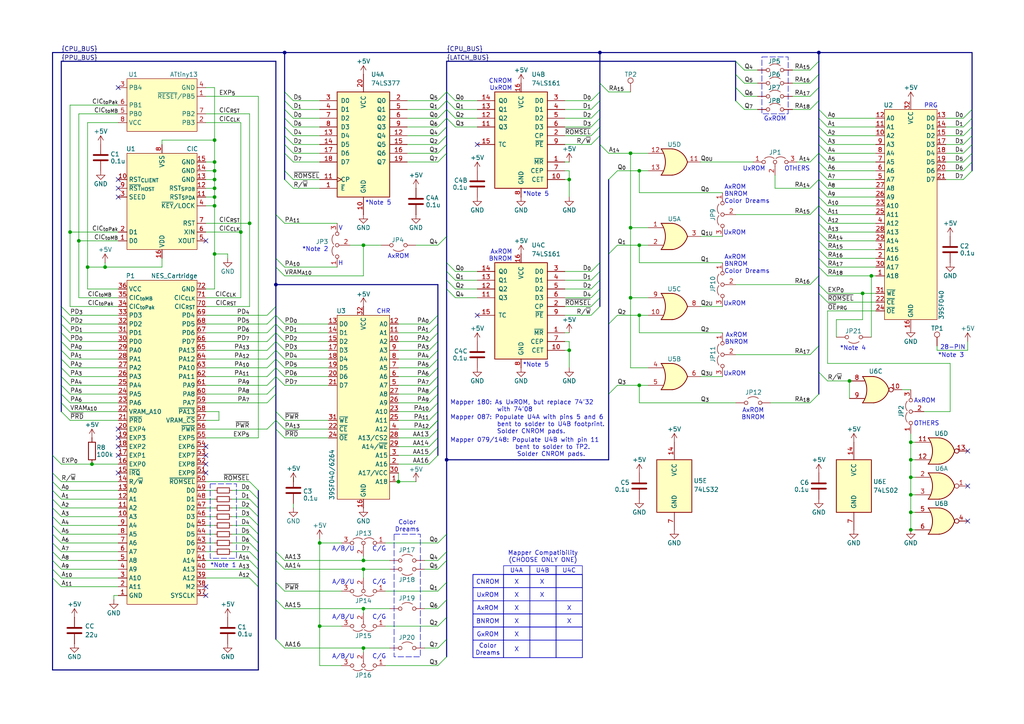
<source format=kicad_sch>
(kicad_sch (version 20231120) (generator "eeschema") (generator_version "8.0")
  (paper "A4")
  (title_block (title "NES Discrete Mapper Cart PCB") (date "2025-10-20") (rev "1.1") (company "https://github.com/MouseBiteLabs/NES-Cartridges") (comment 1 "Note 5: Only populate ONE latching IC - U4A, U4B, or U4C. Do not populate all of them.") (comment 2 "Note 4: Bridge if using 27C040 or 27C080.") (comment 3 "Note 3: Bend out pin 28 for 28-pin PRG ROM DIP packages.") (comment 4 "Note 2: V = HORIZONTAL mirroring; H = VERTICAL mirroring. Leave unsoldered for AxROM.") (comment 5 "         shorted unless corrupted graphics related to the operation of the PPU OAM.") (comment 6 "Note 1: Only needed in cases where OAM corruption is observed. Leave resistor pads"))
  (lib_symbols
    (symbol "39SF040_1"
      (property "Reference" "U3" (at 5.08 31.75 0))
      (property "Value" "39SF040/6264" (at 9.144 -23.114 90))
      (symbol "39SF040_1_1_1"
        (pin input line (at -10.16 -17.78 0) (length 2.54) (name "A18") (number "1"))
        (pin input line (at -10.16 22.86 0) (length 2.54) (name "A2") (number "10"))
        (pin input line (at -10.16 25.4 0) (length 2.54) (name "A1") (number "11"))
        (pin input line (at -10.16 27.94 0) (length 2.54) (name "A0") (number "12"))
        (pin tri_state line (at 10.16 27.94 180) (length 2.54) (name "D0") (number "13"))
        (pin tri_state line (at 10.16 25.4 180) (length 2.54) (name "D1") (number "14"))
        (pin tri_state line (at 10.16 22.86 180) (length 2.54) (name "D2") (number "15"))
        (pin power_in line (at 0 -25.4 90) (length 2.54) (name "GND") (number "16"))
        (pin tri_state line (at 10.16 20.32 180) (length 2.54) (name "D3") (number "17"))
        (pin tri_state line (at 10.16 17.78 180) (length 2.54) (name "D4") (number "18"))
        (pin tri_state line (at 10.16 15.24 180) (length 2.54) (name "D5") (number "19"))
        (pin input line (at -10.16 -12.7 0) (length 2.54) (name "A16") (number "2"))
        (pin tri_state line (at 10.16 12.7 180) (length 2.54) (name "D6") (number "20"))
        (pin tri_state line (at 10.16 10.16 180) (length 2.54) (name "D7") (number "21"))
        (pin input line (at 10.16 -2.54 180) (length 2.54) (name "~{CE}") (number "22"))
        (pin input line (at -10.16 2.54 0) (length 2.54) (name "A10") (number "23"))
        (pin input line (at 10.16 -5.08 180) (length 2.54) (name "~{OE}") (number "24"))
        (pin input line (at -10.16 0 0) (length 2.54) (name "A11") (number "25"))
        (pin input line (at -10.16 5.08 0) (length 2.54) (name "A9") (number "26"))
        (pin input line (at -10.16 7.62 0) (length 2.54) (name "A8") (number "27"))
        (pin input line (at -10.16 -5.08 0) (length 2.54) (name "A13/CS2") (number "28"))
        (pin input line (at -10.16 -7.62 0) (length 2.54) (name "A14/~{WE}") (number "29"))
        (pin input line (at -10.16 -10.16 0) (length 2.54) (name "A15") (number "3"))
        (pin input line (at -10.16 -15.24 0) (length 2.54) (name "A17/VCC") (number "30"))
        (pin input line (at 10.16 0 180) (length 2.54) (name "~{WE}") (number "31"))
        (pin power_in line (at 0 33.02 270) (length 2.54) (name "VCC") (number "32"))
        (pin input line (at -10.16 -2.54 0) (length 2.54) (name "A12") (number "4"))
        (pin input line (at -10.16 10.16 0) (length 2.54) (name "A7") (number "5"))
        (pin input line (at -10.16 12.7 0) (length 2.54) (name "A6") (number "6"))
        (pin input line (at -10.16 15.24 0) (length 2.54) (name "A5") (number "7"))
        (pin input line (at -10.16 17.78 0) (length 2.54) (name "A4") (number "8"))
        (pin input line (at -10.16 20.32 0) (length 2.54) (name "A3") (number "9"))
      )
    )
    (symbol "74LS161_1" (pin_names (offset 1.016))
      (property "Reference" "U7" (at 2.1941 19.05 0))
      (property "Value" "74LS161" (at 2.1941 16.51 0))
      (symbol "74LS161_1_1_0"
        (pin input line (at -12.7 -5.08 0) (length 5.08) (name "~{MR}") (number "1"))
        (pin input line (at -12.7 -10.16 0) (length 5.08) (name "CET") (number "10"))
        (pin output line (at 12.7 5.08 180) (length 5.08) (name "Q3") (number "11"))
        (pin output line (at 12.7 7.62 180) (length 5.08) (name "Q2") (number "12"))
        (pin output line (at 12.7 10.16 180) (length 5.08) (name "Q1") (number "13"))
        (pin output line (at 12.7 12.7 180) (length 5.08) (name "Q0") (number "14"))
        (pin output line (at 12.7 0 180) (length 5.08) (name "TC") (number "15"))
        (pin power_in line (at 0 17.78 270) (length 2.54) (name "VCC") (number "16"))
        (pin input line (at -12.7 2.54 0) (length 5.08) (name "CP") (number "2"))
        (pin input line (at -12.7 12.7 0) (length 5.08) (name "D0") (number "3"))
        (pin input line (at -12.7 10.16 0) (length 5.08) (name "D1") (number "4"))
        (pin input line (at -12.7 7.62 0) (length 5.08) (name "D2") (number "5"))
        (pin input line (at -12.7 5.08 0) (length 5.08) (name "D3") (number "6"))
        (pin input line (at -12.7 -7.62 0) (length 5.08) (name "CEP") (number "7"))
        (pin power_in line (at 0 -15.24 90) (length 2.54) (name "GND") (number "8"))
        (pin input line (at -12.7 0 0) (length 5.08) (name "~{PE}") (number "9"))
      )
    )
    (symbol "74xx:74LS02" (pin_names (offset 1.016))
      (property "Reference" "U" (at 0 1.27 0))
      (property "Value" "74LS02" (at 0 -1.27 0))
      (symbol "74LS02_1_1"
        (pin output inverted (at 7.62 0 180) (length 3.81) (name "~") (number "1"))
        (pin input line (at -7.62 2.54 0) (length 4.318) (name "~") (number "2"))
        (pin input line (at -7.62 -2.54 0) (length 4.318) (name "~") (number "3"))
      )
      (symbol "74LS02_1_2"
        (pin output line (at 7.62 0 180) (length 3.81) (name "~") (number "1"))
        (pin input inverted (at -7.62 2.54 0) (length 3.81) (name "~") (number "2"))
        (pin input inverted (at -7.62 -2.54 0) (length 3.81) (name "~") (number "3"))
      )
      (symbol "74LS02_2_1"
        (pin output inverted (at 7.62 0 180) (length 3.81) (name "~") (number "4"))
        (pin input line (at -7.62 2.54 0) (length 4.318) (name "~") (number "5"))
        (pin input line (at -7.62 -2.54 0) (length 4.318) (name "~") (number "6"))
      )
      (symbol "74LS02_2_2"
        (pin output line (at 7.62 0 180) (length 3.81) (name "~") (number "4"))
        (pin input inverted (at -7.62 2.54 0) (length 3.81) (name "~") (number "5"))
        (pin input inverted (at -7.62 -2.54 0) (length 3.81) (name "~") (number "6"))
      )
      (symbol "74LS02_3_1"
        (pin output inverted (at 7.62 0 180) (length 3.81) (name "~") (number "10"))
        (pin input line (at -7.62 2.54 0) (length 4.318) (name "~") (number "8"))
        (pin input line (at -7.62 -2.54 0) (length 4.318) (name "~") (number "9"))
      )
      (symbol "74LS02_3_2"
        (pin output line (at 7.62 0 180) (length 3.81) (name "~") (number "10"))
        (pin input inverted (at -7.62 2.54 0) (length 3.81) (name "~") (number "8"))
        (pin input inverted (at -7.62 -2.54 0) (length 3.81) (name "~") (number "9"))
      )
      (symbol "74LS02_4_1"
        (pin input line (at -7.62 2.54 0) (length 4.318) (name "~") (number "11"))
        (pin input line (at -7.62 -2.54 0) (length 4.318) (name "~") (number "12"))
        (pin output inverted (at 7.62 0 180) (length 3.81) (name "~") (number "13"))
      )
      (symbol "74LS02_4_2"
        (pin input inverted (at -7.62 2.54 0) (length 3.81) (name "~") (number "11"))
        (pin input inverted (at -7.62 -2.54 0) (length 3.81) (name "~") (number "12"))
        (pin output line (at 7.62 0 180) (length 3.81) (name "~") (number "13"))
      )
      (symbol "74LS02_5_0"
        (pin power_in line (at 0 12.7 270) (length 5.08) (name "VCC") (number "14"))
        (pin power_in line (at 0 -12.7 90) (length 5.08) (name "GND") (number "7"))
      )
    )
    (symbol "74xx:74LS32" (pin_names (offset 1.016))
      (property "Reference" "U" (at 0 1.27 0))
      (property "Value" "74LS32" (at 0 -1.27 0))
      (symbol "74LS32_1_1"
        (pin input line (at -7.62 2.54 0) (length 4.318) (name "~") (number "1"))
        (pin input line (at -7.62 -2.54 0) (length 4.318) (name "~") (number "2"))
        (pin output line (at 7.62 0 180) (length 3.81) (name "~") (number "3"))
      )
      (symbol "74LS32_1_2"
        (pin input inverted (at -7.62 2.54 0) (length 3.81) (name "~") (number "1"))
        (pin input inverted (at -7.62 -2.54 0) (length 3.81) (name "~") (number "2"))
        (pin output inverted (at 7.62 0 180) (length 3.81) (name "~") (number "3"))
      )
      (symbol "74LS32_2_1"
        (pin input line (at -7.62 2.54 0) (length 4.318) (name "~") (number "4"))
        (pin input line (at -7.62 -2.54 0) (length 4.318) (name "~") (number "5"))
        (pin output line (at 7.62 0 180) (length 3.81) (name "~") (number "6"))
      )
      (symbol "74LS32_2_2"
        (pin input inverted (at -7.62 2.54 0) (length 3.81) (name "~") (number "4"))
        (pin input inverted (at -7.62 -2.54 0) (length 3.81) (name "~") (number "5"))
        (pin output inverted (at 7.62 0 180) (length 3.81) (name "~") (number "6"))
      )
      (symbol "74LS32_3_1"
        (pin input line (at -7.62 -2.54 0) (length 4.318) (name "~") (number "10"))
        (pin output line (at 7.62 0 180) (length 3.81) (name "~") (number "8"))
        (pin input line (at -7.62 2.54 0) (length 4.318) (name "~") (number "9"))
      )
      (symbol "74LS32_3_2"
        (pin input inverted (at -7.62 -2.54 0) (length 3.81) (name "~") (number "10"))
        (pin output inverted (at 7.62 0 180) (length 3.81) (name "~") (number "8"))
        (pin input inverted (at -7.62 2.54 0) (length 3.81) (name "~") (number "9"))
      )
      (symbol "74LS32_4_1"
        (pin output line (at 7.62 0 180) (length 3.81) (name "~") (number "11"))
        (pin input line (at -7.62 2.54 0) (length 4.318) (name "~") (number "12"))
        (pin input line (at -7.62 -2.54 0) (length 4.318) (name "~") (number "13"))
      )
      (symbol "74LS32_4_2"
        (pin output inverted (at 7.62 0 180) (length 3.81) (name "~") (number "11"))
        (pin input inverted (at -7.62 2.54 0) (length 3.81) (name "~") (number "12"))
        (pin input inverted (at -7.62 -2.54 0) (length 3.81) (name "~") (number "13"))
      )
      (symbol "74LS32_5_0"
        (pin power_in line (at 0 12.7 270) (length 5.08) (name "VCC") (number "14"))
        (pin power_in line (at 0 -12.7 90) (length 5.08) (name "GND") (number "7"))
      )
    )
    (symbol "74xx:74LS377" (pin_names (offset 1.016))
      (property "Reference" "U" (at -7.62 16.51 0))
      (property "Value" "74LS377" (at -7.62 -16.51 0))
      (symbol "74LS377_1_0"
        (pin input line (at -12.7 -12.7 0) (length 5.08) (name "~{E}") (number "1"))
        (pin power_in line (at 0 -20.32 90) (length 5.08) (name "GND") (number "10"))
        (pin input clock (at -12.7 -10.16 0) (length 5.08) (name "CP") (number "11"))
        (pin output line (at 12.7 2.54 180) (length 5.08) (name "Q4") (number "12"))
        (pin input line (at -12.7 2.54 0) (length 5.08) (name "D4") (number "13"))
        (pin input line (at -12.7 0 0) (length 5.08) (name "D5") (number "14"))
        (pin output line (at 12.7 0 180) (length 5.08) (name "Q5") (number "15"))
        (pin output line (at 12.7 -2.54 180) (length 5.08) (name "Q6") (number "16"))
        (pin input line (at -12.7 -2.54 0) (length 5.08) (name "D6") (number "17"))
        (pin input line (at -12.7 -5.08 0) (length 5.08) (name "D7") (number "18"))
        (pin output line (at 12.7 -5.08 180) (length 5.08) (name "Q7") (number "19"))
        (pin output line (at 12.7 12.7 180) (length 5.08) (name "Q0") (number "2"))
        (pin power_in line (at 0 20.32 270) (length 5.08) (name "VCC") (number "20"))
        (pin input line (at -12.7 12.7 0) (length 5.08) (name "D0") (number "3"))
        (pin input line (at -12.7 10.16 0) (length 5.08) (name "D1") (number "4"))
        (pin output line (at 12.7 10.16 180) (length 5.08) (name "Q1") (number "5"))
        (pin output line (at 12.7 7.62 180) (length 5.08) (name "Q2") (number "6"))
        (pin input line (at -12.7 7.62 0) (length 5.08) (name "D2") (number "7"))
        (pin input line (at -12.7 5.08 0) (length 5.08) (name "D3") (number "8"))
        (pin output line (at 12.7 5.08 180) (length 5.08) (name "Q3") (number "9"))
      )
    )
    (symbol "Bucketmouse:39SF040"
      (property "Reference" "U" (at -7.62 31.75 0))
      (property "Value" "39SF040" (at 2.54 -31.75 0))
      (symbol "39SF040_1_1"
        (pin input line (at -10.16 -17.78 0) (length 2.54) (name "A18") (number "1"))
        (pin input line (at -10.16 22.86 0) (length 2.54) (name "A2") (number "10"))
        (pin input line (at -10.16 25.4 0) (length 2.54) (name "A1") (number "11"))
        (pin input line (at -10.16 27.94 0) (length 2.54) (name "A0") (number "12"))
        (pin tri_state line (at 10.16 27.94 180) (length 2.54) (name "D0") (number "13"))
        (pin tri_state line (at 10.16 25.4 180) (length 2.54) (name "D1") (number "14"))
        (pin tri_state line (at 10.16 22.86 180) (length 2.54) (name "D2") (number "15"))
        (pin power_in line (at 0 -33.02 90) (length 2.54) (name "GND") (number "16"))
        (pin tri_state line (at 10.16 20.32 180) (length 2.54) (name "D3") (number "17"))
        (pin tri_state line (at 10.16 17.78 180) (length 2.54) (name "D4") (number "18"))
        (pin tri_state line (at 10.16 15.24 180) (length 2.54) (name "D5") (number "19"))
        (pin input line (at -10.16 -12.7 0) (length 2.54) (name "A16") (number "2"))
        (pin tri_state line (at 10.16 12.7 180) (length 2.54) (name "D6") (number "20"))
        (pin tri_state line (at 10.16 10.16 180) (length 2.54) (name "D7") (number "21"))
        (pin input line (at -10.16 -25.4 0) (length 2.54) (name "~{CE}") (number "22"))
        (pin input line (at -10.16 2.54 0) (length 2.54) (name "A10") (number "23"))
        (pin input line (at -10.16 -27.94 0) (length 2.54) (name "~{OE}") (number "24"))
        (pin input line (at -10.16 0 0) (length 2.54) (name "A11") (number "25"))
        (pin input line (at -10.16 5.08 0) (length 2.54) (name "A9") (number "26"))
        (pin input line (at -10.16 7.62 0) (length 2.54) (name "A8") (number "27"))
        (pin input line (at -10.16 -5.08 0) (length 2.54) (name "A13") (number "28"))
        (pin input line (at -10.16 -7.62 0) (length 2.54) (name "A14") (number "29"))
        (pin input line (at -10.16 -10.16 0) (length 2.54) (name "A15") (number "3"))
        (pin input line (at -10.16 -15.24 0) (length 2.54) (name "A17") (number "30"))
        (pin input line (at -10.16 -22.86 0) (length 2.54) (name "~{WE}") (number "31"))
        (pin power_in line (at 0 33.02 270) (length 2.54) (name "VCC") (number "32"))
        (pin input line (at -10.16 -2.54 0) (length 2.54) (name "A12") (number "4"))
        (pin input line (at -10.16 10.16 0) (length 2.54) (name "A7") (number "5"))
        (pin input line (at -10.16 12.7 0) (length 2.54) (name "A6") (number "6"))
        (pin input line (at -10.16 15.24 0) (length 2.54) (name "A5") (number "7"))
        (pin input line (at -10.16 17.78 0) (length 2.54) (name "A4") (number "8"))
        (pin input line (at -10.16 20.32 0) (length 2.54) (name "A3") (number "9"))
      )
    )
    (symbol "Bucketmouse:ATtiny13"
      (property "Reference" "U" (at -10.414 13.462 0))
      (property "Value" "ATtiny13" (at 2.286 14.986 0))
      (symbol "ATtiny13_1_1"
        (pin bidirectional line (at -12.7 2.54 0) (length 2.54) (name "~{RESET}/PB5") (number "1"))
        (pin bidirectional line (at -12.7 10.16 0) (length 2.54) (name "PB3") (number "2"))
        (pin bidirectional line (at 12.7 0 180) (length 2.54) (name "PB4") (number "3"))
        (pin power_in line (at -12.7 0 0) (length 2.54) (name "GND") (number "4"))
        (pin bidirectional line (at 12.7 7.62 180) (length 2.54) (name "PB0") (number "5"))
        (pin bidirectional line (at 12.7 5.08 180) (length 2.54) (name "PB1") (number "6"))
        (pin bidirectional line (at -12.7 7.62 0) (length 2.54) (name "PB2") (number "7"))
        (pin power_in line (at 12.7 10.16 180) (length 2.54) (name "VCC") (number "8"))
      )
    )
    (symbol "Bucketmouse:CIC_NES"
      (property "Reference" "U" (at 1.27 13.97 0))
      (property "Value" "CIC" (at 1.27 11.43 0))
      (symbol "CIC_NES_1_1"
        (pin output line (at -12.7 7.62 0) (length 2.54) (name "D0") (number "1"))
        (pin output line (at -12.7 -10.16 0) (length 2.54) (name "RST_{CLIENT}") (number "10"))
        (pin input line (at 12.7 -5.08 180) (length 2.54) (name "RST_{SPDA}") (number "11"))
        (pin input line (at 12.7 -7.62 180) (length 2.54) (name "RST_{SPDB}") (number "12"))
        (pin input line (at 12.7 -10.16 180) (length 2.54) (name "GND") (number "13"))
        (pin input line (at 12.7 -12.7 180) (length 2.54) (name "GND") (number "14"))
        (pin input line (at 12.7 -15.24 180) (length 2.54) (name "GND") (number "15"))
        (pin power_in line (at 0 12.7 270) (length 2.54) (name "VDD") (number "16"))
        (pin input line (at -12.7 5.08 0) (length 2.54) (name "D1") (number "2"))
        (pin input line (at -12.7 -5.08 0) (length 2.54) (name "SEED") (number "3"))
        (pin input line (at 12.7 -2.54 180) (length 2.54) (name "~{KEY}/LOCK") (number "4"))
        (pin output line (at 12.7 7.62 180) (length 2.54) (name "XOUT") (number "5"))
        (pin input line (at 12.7 5.08 180) (length 2.54) (name "XIN") (number "6"))
        (pin input line (at 12.7 2.54 180) (length 2.54) (name "RST") (number "7"))
        (pin power_in line (at 0 -20.32 90) (length 2.54) (name "VSS") (number "8"))
        (pin output line (at -12.7 -7.62 0) (length 2.54) (name "~{RST}_{HOST}") (number "9"))
      )
    )
    (symbol "Bucketmouse:NES_Cart_Edge"
      (property "Reference" "U" (at 0 34.29 0))
      (property "Value" "NES_Cartridge" (at 0 32.004 0))
      (symbol "NES_Cart_Edge_1_1"
        (pin power_out line (at -12.7 -60.96 0) (length 2.54) (name "GND") (number "1"))
        (pin output line (at -12.7 -38.1 0) (length 2.54) (name "A3") (number "10"))
        (pin output line (at -12.7 -35.56 0) (length 2.54) (name "A2") (number "11"))
        (pin output line (at -12.7 -33.02 0) (length 2.54) (name "A1") (number "12"))
        (pin output line (at -12.7 -30.48 0) (length 2.54) (name "A0") (number "13"))
        (pin output line (at -12.7 -27.94 0) (length 2.54) (name "R/~{W}") (number "14"))
        (pin input line (at -12.7 -25.4 0) (length 2.54) (name "~{IRQ}") (number "15"))
        (pin passive line (at -12.7 -22.86 0) (length 2.54) (name "EXP0") (number "16"))
        (pin passive line (at -12.7 -20.32 0) (length 2.54) (name "EXP1") (number "17"))
        (pin passive line (at -12.7 -17.78 0) (length 2.54) (name "EXP2") (number "18"))
        (pin passive line (at -12.7 -15.24 0) (length 2.54) (name "EXP3") (number "19"))
        (pin output line (at -12.7 -58.42 0) (length 2.54) (name "A11") (number "2"))
        (pin passive line (at -12.7 -12.7 0) (length 2.54) (name "EXP4") (number "20"))
        (pin output line (at -12.7 -10.16 0) (length 2.54) (name "~{PRD}") (number "21"))
        (pin input line (at -12.7 -7.62 0) (length 2.54) (name "VRAM_A10") (number "22"))
        (pin output line (at -12.7 -5.08 0) (length 2.54) (name "PA6") (number "23"))
        (pin output line (at -12.7 -2.54 0) (length 2.54) (name "PA5") (number "24"))
        (pin output line (at -12.7 0 0) (length 2.54) (name "PA4") (number "25"))
        (pin output line (at -12.7 2.54 0) (length 2.54) (name "PA3") (number "26"))
        (pin output line (at -12.7 5.08 0) (length 2.54) (name "PA2") (number "27"))
        (pin output line (at -12.7 7.62 0) (length 2.54) (name "PA1") (number "28"))
        (pin output line (at -12.7 10.16 0) (length 2.54) (name "PA0") (number "29"))
        (pin output line (at -12.7 -55.88 0) (length 2.54) (name "A10") (number "3"))
        (pin bidirectional line (at -12.7 12.7 0) (length 2.54) (name "PD0") (number "30"))
        (pin bidirectional line (at -12.7 15.24 0) (length 2.54) (name "PD1") (number "31"))
        (pin bidirectional line (at -12.7 17.78 0) (length 2.54) (name "PD2") (number "32"))
        (pin bidirectional line (at -12.7 20.32 0) (length 2.54) (name "PD3") (number "33"))
        (pin output line (at -12.7 22.86 0) (length 2.54) (name "CIC_{toPak}") (number "34"))
        (pin input line (at -12.7 25.4 0) (length 2.54) (name "CIC_{toMB}") (number "35"))
        (pin power_out line (at -12.7 27.94 0) (length 2.54) (name "VCC") (number "36"))
        (pin output line (at 12.7 -60.96 180) (length 2.54) (name "SYSCLK") (number "37"))
        (pin output line (at 12.7 -58.42 180) (length 2.54) (name "M2") (number "38"))
        (pin output line (at 12.7 -55.88 180) (length 2.54) (name "A12") (number "39"))
        (pin output line (at -12.7 -53.34 0) (length 2.54) (name "A9") (number "4"))
        (pin output line (at 12.7 -53.34 180) (length 2.54) (name "A13") (number "40"))
        (pin output line (at 12.7 -50.8 180) (length 2.54) (name "A14") (number "41"))
        (pin bidirectional line (at 12.7 -48.26 180) (length 2.54) (name "D7") (number "42"))
        (pin bidirectional line (at 12.7 -45.72 180) (length 2.54) (name "D6") (number "43"))
        (pin bidirectional line (at 12.7 -43.18 180) (length 2.54) (name "D5") (number "44"))
        (pin bidirectional line (at 12.7 -40.64 180) (length 2.54) (name "D4") (number "45"))
        (pin bidirectional line (at 12.7 -38.1 180) (length 2.54) (name "D3") (number "46"))
        (pin bidirectional line (at 12.7 -35.56 180) (length 2.54) (name "D2") (number "47"))
        (pin bidirectional line (at 12.7 -33.02 180) (length 2.54) (name "D1") (number "48"))
        (pin bidirectional line (at 12.7 -30.48 180) (length 2.54) (name "D0") (number "49"))
        (pin output line (at -12.7 -50.8 0) (length 2.54) (name "A8") (number "5"))
        (pin output line (at 12.7 -27.94 180) (length 2.54) (name "~{ROMSEL}") (number "50"))
        (pin passive line (at 12.7 -25.4 180) (length 2.54) (name "EXP9") (number "51"))
        (pin passive line (at 12.7 -22.86 180) (length 2.54) (name "EXP8") (number "52"))
        (pin passive line (at 12.7 -20.32 180) (length 2.54) (name "EXP7") (number "53"))
        (pin passive line (at 12.7 -17.78 180) (length 2.54) (name "EXP6") (number "54"))
        (pin passive line (at 12.7 -15.24 180) (length 2.54) (name "EXP5") (number "55"))
        (pin output line (at 12.7 -12.7 180) (length 2.54) (name "~{PWR}") (number "56"))
        (pin input line (at 12.7 -10.16 180) (length 2.54) (name "VRAM_~{CS}") (number "57"))
        (pin output line (at 12.7 -7.62 180) (length 2.54) (name "~{PA13}") (number "58"))
        (pin output line (at 12.7 -5.08 180) (length 2.54) (name "PA7") (number "59"))
        (pin output line (at -12.7 -48.26 0) (length 2.54) (name "A7") (number "6"))
        (pin output line (at 12.7 -2.54 180) (length 2.54) (name "PA8") (number "60"))
        (pin output line (at 12.7 0 180) (length 2.54) (name "PA9") (number "61"))
        (pin output line (at 12.7 2.54 180) (length 2.54) (name "PA11") (number "62"))
        (pin output line (at 12.7 5.08 180) (length 2.54) (name "PA10") (number "63"))
        (pin output line (at 12.7 7.62 180) (length 2.54) (name "PA12") (number "64"))
        (pin output line (at 12.7 10.16 180) (length 2.54) (name "PA13") (number "65"))
        (pin bidirectional line (at 12.7 12.7 180) (length 2.54) (name "PD7") (number "66"))
        (pin bidirectional line (at 12.7 15.24 180) (length 2.54) (name "PD6") (number "67"))
        (pin bidirectional line (at 12.7 17.78 180) (length 2.54) (name "PD5") (number "68"))
        (pin bidirectional line (at 12.7 20.32 180) (length 2.54) (name "PD4") (number "69"))
        (pin output line (at -12.7 -45.72 0) (length 2.54) (name "A6") (number "7"))
        (pin output line (at 12.7 22.86 180) (length 2.54) (name "CIC_{RST}") (number "70"))
        (pin output line (at 12.7 25.4 180) (length 2.54) (name "CIC_{CLK}") (number "71"))
        (pin power_out line (at 12.7 27.94 180) (length 2.54) (name "GND") (number "72"))
        (pin output line (at -12.7 -43.18 0) (length 2.54) (name "A5") (number "8"))
        (pin output line (at -12.7 -40.64 0) (length 2.54) (name "A4") (number "9"))
      )
    )
    (symbol "Connector:TestPoint" (pin_numbers hide) (pin_names (offset 0.762) hide)
      (property "Reference" "TP" (at 0 6.858 0))
      (property "Value" "TestPoint" (at 0 5.08 0))
      (symbol "TestPoint_1_1"
        (pin passive line (at 0 0 90) (length 2.54) (name "1") (number "1"))
      )
    )
    (symbol "Device:C" (pin_numbers hide) (pin_names (offset 0.254))
      (property "Reference" "C" (at 0.635 2.54 0))
      (property "Value" "C" (at 0.635 -2.54 0))
      (symbol "C_1_1"
        (pin passive line (at 0 3.81 270) (length 2.794) (name "~") (number "1"))
        (pin passive line (at 0 -3.81 90) (length 2.794) (name "~") (number "2"))
      )
    )
    (symbol "Device:R" (pin_numbers hide) (pin_names (offset 0))
      (property "Reference" "R" (at 2.032 0 90))
      (property "Value" "R" (at 0 0 90))
      (symbol "R_1_1"
        (pin passive line (at 0 3.81 270) (length 1.27) (name "~") (number "1"))
        (pin passive line (at 0 -3.81 90) (length 1.27) (name "~") (number "2"))
      )
    )
    (symbol "Device:R_Small" (pin_numbers hide) (pin_names (offset 0.254) hide)
      (property "Reference" "R" (at 0.762 0.508 0))
      (property "Value" "R_Small" (at 0.762 -1.016 0))
      (symbol "R_Small_1_1"
        (pin passive line (at 0 2.54 270) (length 0.762) (name "~") (number "1"))
        (pin passive line (at 0 -2.54 90) (length 0.762) (name "~") (number "2"))
      )
    )
    (symbol "Jumper:Jumper_2_Open" (pin_numbers hide) (pin_names (offset 0) hide) (exclude_from_sim yes)
      (property "Reference" "JP" (at 0 2.794 0))
      (property "Value" "Jumper_2_Open" (at 0 -2.286 0))
      (symbol "Jumper_2_Open_1_1"
        (pin passive line (at -5.08 0 0) (length 2.54) (name "A") (number "1"))
        (pin passive line (at 5.08 0 180) (length 2.54) (name "B") (number "2"))
      )
    )
    (symbol "Jumper:Jumper_3_Open" (pin_names (offset 0) hide) (exclude_from_sim yes) (in_bom no)
      (property "Reference" "JP" (at -2.54 -2.54 0))
      (property "Value" "Jumper_3_Open" (at 0 2.794 0))
      (symbol "Jumper_3_Open_1_1"
        (pin passive line (at -6.35 0 0) (length 2.54) (name "A") (number "1"))
        (pin passive line (at 0 -3.81 90) (length 2.54) (name "C") (number "2"))
        (pin passive line (at 6.35 0 180) (length 2.54) (name "B") (number "3"))
      )
    )
    (symbol "power:+5V" (power) (pin_numbers hide) (pin_names (offset 0) hide)
      (property "Value" "+5V" (at 0 3.556 0))
      (symbol "+5V_1_1"
        (pin power_in line (at 0 0 90) (length 0) (name "~") (number "1"))
      )
    )
    (symbol "power:GND" (power) (pin_numbers hide) (pin_names (offset 0) hide)
      (property "Value" "GND" (at 0 -3.81 0))
      (symbol "GND_1_1"
        (pin power_in line (at 0 0 270) (length 0) (name "~") (number "1"))
      )
    )
  )
  (junction (at 80.01 82.55))
  (junction (at 185.42 111.76))
  (junction (at 115.57 139.7))
  (junction (at 264.16 148.59))
  (junction (at 26.67 134.62))
  (junction (at 72.39 64.77))
  (junction (at 105.41 162.56))
  (junction (at 22.86 69.85))
  (junction (at 264.16 153.67))
  (junction (at 92.71 181.61))
  (junction (at 182.88 44.45))
  (junction (at 62.23 46.99))
  (junction (at 185.42 91.44))
  (junction (at 62.23 57.15))
  (junction (at 105.41 165.1))
  (junction (at 62.23 40.64))
  (junction (at 246.38 110.49))
  (junction (at 62.23 54.61))
  (junction (at 92.71 157.48))
  (junction (at 165.1 52.07))
  (junction (at 20.32 67.31))
  (junction (at 182.88 66.04))
  (junction (at 62.23 49.53))
  (junction (at 237.49 15.24))
  (junction (at 264.16 128.27))
  (junction (at 182.88 86.36))
  (junction (at 264.16 138.43))
  (junction (at 185.42 49.53))
  (junction (at 30.48 77.47))
  (junction (at 250.19 85.09))
  (junction (at 252.73 80.01))
  (junction (at 173.99 15.24))
  (junction (at 264.16 143.51))
  (junction (at 62.23 52.07))
  (junction (at 105.41 71.12))
  (junction (at 185.42 71.12))
  (junction (at 69.85 67.31))
  (junction (at 62.23 59.69))
  (junction (at 165.1 101.6))
  (junction (at 264.16 133.35))
  (junction (at 62.23 73.66))
  (junction (at 82.55 15.24))
  (junction (at 129.54 133.35))
  (junction (at 105.41 187.96))
  (junction (at 105.41 176.53))
  (junction (at 25.4 77.47))
  (no_connect (at 34.29 54.61))
  (no_connect (at 59.69 132.08))
  (no_connect (at 34.29 25.4))
  (no_connect (at 280.67 140.97))
  (no_connect (at 59.69 170.18))
  (no_connect (at 34.29 57.15))
  (no_connect (at 34.29 132.08))
  (no_connect (at 280.67 130.81))
  (no_connect (at 34.29 127))
  (no_connect (at 138.43 41.91))
  (no_connect (at 34.29 52.07))
  (no_connect (at 280.67 151.13))
  (no_connect (at 34.29 137.16))
  (no_connect (at 59.69 137.16))
  (no_connect (at 59.69 129.54))
  (no_connect (at 34.29 124.46))
  (no_connect (at 138.43 91.44))
  (no_connect (at 59.69 134.62))
  (no_connect (at 59.69 69.85))
  (no_connect (at 59.69 172.72))
  (no_connect (at 34.29 129.54))
  (bus_entry (at 129.54 173.99) (size -2.54 2.54))
  (bus_entry (at 127 129.54) (size -2.54 2.54))
  (bus_entry (at 129.54 34.29) (size -2.54 2.54))
  (bus_entry (at 237.49 34.29) (size 2.54 2.54))
  (bus_entry (at 129.54 31.75) (size -2.54 2.54))
  (bus_entry (at 237.49 67.31) (size 2.54 2.54))
  (bus_entry (at 237.49 85.09) (size 2.54 2.54))
  (bus_entry (at 80.01 106.68) (size 2.54 2.54))
  (bus_entry (at 80.01 101.6) (size -2.54 2.54))
  (bus_entry (at 80.01 91.44) (size -2.54 2.54))
  (bus_entry (at 80.01 160.02) (size 2.54 2.54))
  (bus_entry (at 173.99 29.21) (size -2.54 2.54))
  (bus_entry (at 80.01 168.91) (size 2.54 2.54))
  (bus_entry (at 127 121.92) (size -2.54 2.54))
  (bus_entry (at 15.24 154.94) (size 2.54 2.54))
  (bus_entry (at 129.54 162.56) (size -2.54 2.54))
  (bus_entry (at 80.01 173.99) (size 2.54 2.54))
  (bus_entry (at 237.49 39.37) (size 2.54 2.54))
  (bus_entry (at 74.93 160.02) (size -2.54 -2.54))
  (bus_entry (at 127 101.6) (size -2.54 2.54))
  (bus_entry (at 82.55 34.29) (size 2.54 2.54))
  (bus_entry (at 237.49 21.59) (size -2.54 2.54))
  (bus_entry (at 80.01 121.92) (size -2.54 2.54))
  (bus_entry (at 17.78 109.22) (size 2.54 2.54))
  (bus_entry (at 129.54 190.5) (size -2.54 2.54))
  (bus_entry (at 173.99 78.74) (size -2.54 2.54))
  (bus_entry (at 213.36 29.21) (size 2.54 2.54))
  (bus_entry (at 80.01 62.23) (size 2.54 2.54))
  (bus_entry (at 173.99 26.67) (size -2.54 2.54))
  (bus_entry (at 80.01 96.52) (size 2.54 2.54))
  (bus_entry (at 173.99 86.36) (size -2.54 2.54))
  (bus_entry (at 237.49 72.39) (size 2.54 2.54))
  (bus_entry (at 129.54 34.29) (size 2.54 2.54))
  (bus_entry (at 15.24 152.4) (size 2.54 2.54))
  (bus_entry (at 237.49 62.23) (size 2.54 2.54))
  (bus_entry (at 237.49 77.47) (size 2.54 2.54))
  (bus_entry (at 129.54 83.82) (size 2.54 2.54))
  (bus_entry (at 129.54 29.21) (size -2.54 2.54))
  (bus_entry (at 127 104.14) (size -2.54 2.54))
  (bus_entry (at 237.49 49.53) (size 2.54 2.54))
  (bus_entry (at 237.49 59.69) (size -2.54 2.54))
  (bus_entry (at 127 124.46) (size -2.54 2.54))
  (bus_entry (at 179.07 71.12) (size -2.54 2.54))
  (bus_entry (at 82.55 41.91) (size 2.54 2.54))
  (bus_entry (at 237.49 114.3) (size -2.54 2.54))
  (bus_entry (at 15.24 165.1) (size 2.54 2.54))
  (bus_entry (at 15.24 162.56) (size 2.54 2.54))
  (bus_entry (at 82.55 44.45) (size 2.54 2.54))
  (bus_entry (at 129.54 154.94) (size -2.54 2.54))
  (bus_entry (at 281.94 31.75) (size -2.54 2.54))
  (bus_entry (at 82.55 26.67) (size 2.54 2.54))
  (bus_entry (at 80.01 185.42) (size 2.54 2.54))
  (bus_entry (at 82.55 49.53) (size 2.54 2.54))
  (bus_entry (at 281.94 39.37) (size -2.54 2.54))
  (bus_entry (at 237.49 69.85) (size 2.54 2.54))
  (bus_entry (at 127 93.98) (size -2.54 2.54))
  (bus_entry (at 127 114.3) (size -2.54 2.54))
  (bus_entry (at 173.99 83.82) (size -2.54 2.54))
  (bus_entry (at 234.95 46.99) (size 2.54 -2.54))
  (bus_entry (at 173.99 24.13) (size 2.54 2.54))
  (bus_entry (at 80.01 114.3) (size -2.54 2.54))
  (bus_entry (at 213.36 21.59) (size 2.54 2.54))
  (bus_entry (at 15.24 132.08) (size 2.54 2.54))
  (bus_entry (at 237.49 80.01) (size -2.54 2.54))
  (bus_entry (at 129.54 26.67) (size 2.54 2.54))
  (bus_entry (at 237.49 17.78) (size -2.54 2.54))
  (bus_entry (at 80.01 111.76) (size -2.54 2.54))
  (bus_entry (at 17.78 114.3) (size 2.54 2.54))
  (bus_entry (at 173.99 31.75) (size -2.54 2.54))
  (bus_entry (at 80.01 91.44) (size 2.54 2.54))
  (bus_entry (at 237.49 25.4) (size -2.54 2.54))
  (bus_entry (at 127 119.38) (size -2.54 2.54))
  (bus_entry (at 15.24 149.86) (size 2.54 2.54))
  (bus_entry (at 80.01 74.93) (size 2.54 2.54))
  (bus_entry (at 17.78 91.44) (size 2.54 2.54))
  (bus_entry (at 17.78 99.06) (size 2.54 2.54))
  (bus_entry (at 281.94 41.91) (size -2.54 2.54))
  (bus_entry (at 127 106.68) (size -2.54 2.54))
  (bus_entry (at 82.55 29.21) (size 2.54 2.54))
  (bus_entry (at 80.01 106.68) (size -2.54 2.54))
  (bus_entry (at 237.49 36.83) (size 2.54 2.54))
  (bus_entry (at 17.78 104.14) (size 2.54 2.54))
  (bus_entry (at 15.24 167.64) (size 2.54 2.54))
  (bus_entry (at 173.99 41.91) (size 2.54 2.54))
  (bus_entry (at 129.54 39.37) (size -2.54 2.54))
  (bus_entry (at 173.99 76.2) (size -2.54 2.54))
  (bus_entry (at 74.93 152.4) (size -2.54 -2.54))
  (bus_entry (at 17.78 88.9) (size 2.54 2.54))
  (bus_entry (at 127 116.84) (size -2.54 2.54))
  (bus_entry (at 17.78 96.52) (size 2.54 2.54))
  (bus_entry (at 237.49 100.33) (size -2.54 2.54))
  (bus_entry (at 237.49 41.91) (size 2.54 2.54))
  (bus_entry (at 237.49 57.15) (size 2.54 2.54))
  (bus_entry (at 129.54 29.21) (size 2.54 2.54))
  (bus_entry (at 74.93 142.24) (size -2.54 -2.54))
  (bus_entry (at 80.01 93.98) (size 2.54 2.54))
  (bus_entry (at 82.55 36.83) (size 2.54 2.54))
  (bus_entry (at 129.54 41.91) (size -2.54 2.54))
  (bus_entry (at 127 127) (size -2.54 2.54))
  (bus_entry (at 15.24 139.7) (size 2.54 2.54))
  (bus_entry (at 15.24 147.32) (size 2.54 2.54))
  (bus_entry (at 127 99.06) (size -2.54 2.54))
  (bus_entry (at 173.99 34.29) (size -2.54 2.54))
  (bus_entry (at 129.54 168.91) (size -2.54 2.54))
  (bus_entry (at 80.01 119.38) (size 2.54 2.54))
  (bus_entry (at 80.01 93.98) (size -2.54 2.54))
  (bus_entry (at 127 109.22) (size -2.54 2.54))
  (bus_entry (at 281.94 49.53) (size -2.54 2.54))
  (bus_entry (at 17.78 116.84) (size 2.54 2.54))
  (bus_entry (at 15.24 160.02) (size 2.54 2.54))
  (bus_entry (at 80.01 104.14) (size 2.54 2.54))
  (bus_entry (at 237.49 31.75) (size 2.54 2.54))
  (bus_entry (at 80.01 162.56) (size 2.54 2.54))
  (bus_entry (at 74.93 170.18) (size -2.54 -2.54))
  (bus_entry (at 237.49 46.99) (size 2.54 2.54))
  (bus_entry (at 173.99 81.28) (size -2.54 2.54))
  (bus_entry (at 80.01 121.92) (size 2.54 2.54))
  (bus_entry (at 74.93 147.32) (size -2.54 -2.54))
  (bus_entry (at 74.93 157.48) (size -2.54 -2.54))
  (bus_entry (at 80.01 109.22) (size -2.54 2.54))
  (bus_entry (at 237.49 74.93) (size 2.54 2.54))
  (bus_entry (at 17.78 106.68) (size 2.54 2.54))
  (bus_entry (at 237.49 54.61) (size 2.54 2.54))
  (bus_entry (at 80.01 124.46) (size 2.54 2.54))
  (bus_entry (at 237.49 59.69) (size 2.54 2.54))
  (bus_entry (at 80.01 99.06) (size 2.54 2.54))
  (bus_entry (at 179.07 111.76) (size -2.54 2.54))
  (bus_entry (at 17.78 111.76) (size 2.54 2.54))
  (bus_entry (at 129.54 36.83) (size -2.54 2.54))
  (bus_entry (at 129.54 26.67) (size -2.54 2.54))
  (bus_entry (at 15.24 144.78) (size 2.54 2.54))
  (bus_entry (at 74.93 167.64) (size -2.54 -2.54))
  (bus_entry (at 129.54 78.74) (size 2.54 2.54))
  (bus_entry (at 74.93 154.94) (size -2.54 -2.54))
  (bus_entry (at 281.94 46.99) (size -2.54 2.54))
  (bus_entry (at 15.24 157.48) (size 2.54 2.54))
  (bus_entry (at 179.07 49.53) (size -2.54 2.54))
  (bus_entry (at 237.49 29.21) (size -2.54 2.54))
  (bus_entry (at 74.93 165.1) (size -2.54 -2.54))
  (bus_entry (at 74.93 149.86) (size -2.54 -2.54))
  (bus_entry (at 17.78 101.6) (size 2.54 2.54))
  (bus_entry (at 237.49 64.77) (size 2.54 2.54))
  (bus_entry (at 237.49 52.07) (size 2.54 2.54))
  (bus_entry (at 129.54 31.75) (size 2.54 2.54))
  (bus_entry (at 15.24 142.24) (size 2.54 2.54))
  (bus_entry (at 173.99 39.37) (size -2.54 2.54))
  (bus_entry (at 80.01 104.14) (size -2.54 2.54))
  (bus_entry (at 80.01 109.22) (size 2.54 2.54))
  (bus_entry (at 234.95 54.61) (size 2.54 -2.54))
  (bus_entry (at 237.49 44.45) (size 2.54 2.54))
  (bus_entry (at 173.99 36.83) (size -2.54 2.54))
  (bus_entry (at 129.54 76.2) (size 2.54 2.54))
  (bus_entry (at 17.78 93.98) (size 2.54 2.54))
  (bus_entry (at 237.49 107.95) (size 2.54 2.54))
  (bus_entry (at 213.36 25.4) (size 2.54 2.54))
  (bus_entry (at 80.01 77.47) (size 2.54 2.54))
  (bus_entry (at 82.55 39.37) (size 2.54 2.54))
  (bus_entry (at 82.55 52.07) (size 2.54 2.54))
  (bus_entry (at 127 91.44) (size -2.54 2.54))
  (bus_entry (at 179.07 91.44) (size -2.54 2.54))
  (bus_entry (at 80.01 101.6) (size 2.54 2.54))
  (bus_entry (at 237.49 82.55) (size 2.54 2.54))
  (bus_entry (at 127 121.92) (size -2.54 2.54))
  (bus_entry (at 80.01 99.06) (size -2.54 2.54))
  (bus_entry (at 281.94 34.29) (size -2.54 2.54))
  (bus_entry (at 80.01 88.9) (size -2.54 2.54))
  (bus_entry (at 127 132.08) (size -2.54 2.54))
  (bus_entry (at 213.36 17.78) (size 2.54 2.54))
  (bus_entry (at 127 96.52) (size -2.54 2.54))
  (bus_entry (at 173.99 88.9) (size -2.54 2.54))
  (bus_entry (at 17.78 119.38) (size 2.54 2.54))
  (bus_entry (at 129.54 160.02) (size -2.54 2.54))
  (bus_entry (at 74.93 144.78) (size -2.54 -2.54))
  (bus_entry (at 127 111.76) (size -2.54 2.54))
  (bus_entry (at 129.54 81.28) (size 2.54 2.54))
  (bus_entry (at 74.93 162.56) (size -2.54 -2.54))
  (bus_entry (at 15.24 137.16) (size 2.54 2.54))
  (bus_entry (at 82.55 31.75) (size 2.54 2.54))
  (bus_entry (at 129.54 44.45) (size -2.54 2.54))
  (bus_entry (at 281.94 44.45) (size -2.54 2.54))
  (bus_entry (at 80.01 96.52) (size -2.54 2.54))
  (bus_entry (at 281.94 36.83) (size -2.54 2.54))
  (bus_entry (at 129.54 68.58) (size -2.54 2.54))
  (bus_entry (at 129.54 185.42) (size -2.54 2.54))
  (bus_entry (at 129.54 179.07) (size -2.54 2.54))
  (wire (pts (xy 82.55 127) (xy 95.25 127)))
  (wire (pts (xy 124.46 109.22) (xy 115.57 109.22)))
  (wire (pts (xy 82.55 101.6) (xy 95.25 101.6)))
  (bus (pts (xy 237.49 29.21) (xy 237.49 31.75)))
  (wire (pts (xy 271.78 101.6) (xy 271.78 100.33)))
  (wire (pts (xy 171.45 91.44) (xy 163.83 91.44)))
  (wire (pts (xy 171.45 29.21) (xy 163.83 29.21)))
  (bus (pts (xy 15.24 152.4) (xy 15.24 154.94)))
  (wire (pts (xy 124.46 101.6) (xy 115.57 101.6)))
  (wire (pts (xy 111.76 181.61) (xy 127 181.61)))
  (wire (pts (xy 62.23 59.69) (xy 62.23 73.66)))
  (wire (pts (xy 113.03 176.53) (xy 105.41 176.53)))
  (wire (pts (xy 85.09 41.91) (xy 92.71 41.91)))
  (wire (pts (xy 59.69 152.4) (xy 62.23 152.4)))
  (wire (pts (xy 59.69 167.64) (xy 72.39 167.64)))
  (wire (pts (xy 252.73 80.01) (xy 252.73 97.79)))
  (wire (pts (xy 252.73 80.01) (xy 254 80.01)))
  (wire (pts (xy 17.78 134.62) (xy 26.67 134.62)))
  (wire (pts (xy 17.78 144.78) (xy 34.29 144.78)))
  (bus (pts (xy 127 116.84) (xy 127 119.38)))
  (bus (pts (xy 17.78 17.78) (xy 80.01 17.78)))
  (wire (pts (xy 82.55 111.76) (xy 95.25 111.76)))
  (wire (pts (xy 271.78 101.6) (xy 280.67 101.6)))
  (wire (pts (xy 132.08 36.83) (xy 138.43 36.83)))
  (wire (pts (xy 82.55 106.68) (xy 95.25 106.68)))
  (wire (pts (xy 82.55 104.14) (xy 95.25 104.14)))
  (wire (pts (xy 59.69 86.36) (xy 69.85 86.36)))
  (bus (pts (xy 237.49 15.24) (xy 281.94 15.24)))
  (wire (pts (xy 105.41 176.53) (xy 105.41 177.8)))
  (wire (pts (xy 20.32 111.76) (xy 34.29 111.76)))
  (wire (pts (xy 66.04 73.66) (xy 66.04 74.93)))
  (bus (pts (xy 237.49 100.33) (xy 237.49 85.09)))
  (wire (pts (xy 59.69 101.6) (xy 77.47 101.6)))
  (bus (pts (xy 15.24 157.48) (xy 15.24 160.02)))
  (wire (pts (xy 67.31 152.4) (xy 72.39 152.4)))
  (wire (pts (xy 111.76 171.45) (xy 127 171.45)))
  (wire (pts (xy 20.32 96.52) (xy 34.29 96.52)))
  (wire (pts (xy 123.19 162.56) (xy 127 162.56)))
  (wire (pts (xy 20.32 109.22) (xy 34.29 109.22)))
  (wire (pts (xy 25.4 35.56) (xy 25.4 77.47)))
  (bus (pts (xy 82.55 34.29) (xy 82.55 36.83)))
  (wire (pts (xy 62.23 46.99) (xy 62.23 49.53)))
  (wire (pts (xy 123.19 176.53) (xy 127 176.53)))
  (bus (pts (xy 127 93.98) (xy 127 96.52)))
  (wire (pts (xy 264.16 133.35) (xy 264.16 138.43)))
  (wire (pts (xy 62.23 40.64) (xy 62.23 46.99)))
  (wire (pts (xy 213.36 102.87) (xy 234.95 102.87)))
  (wire (pts (xy 171.45 41.91) (xy 163.83 41.91)))
  (wire (pts (xy 33.02 172.72) (xy 33.02 173.99)))
  (wire (pts (xy 72.39 64.77) (xy 72.39 88.9)))
  (bus (pts (xy 82.55 39.37) (xy 82.55 41.91)))
  (bus (pts (xy 173.99 29.21) (xy 173.99 31.75)))
  (wire (pts (xy 127 46.99) (xy 118.11 46.99)))
  (wire (pts (xy 59.69 27.94) (xy 74.93 27.94)))
  (bus (pts (xy 80.01 99.06) (xy 80.01 101.6)))
  (wire (pts (xy 280.67 99.06) (xy 280.67 101.6)))
  (bus (pts (xy 129.54 44.45) (xy 129.54 68.58)))
  (bus (pts (xy 281.94 31.75) (xy 281.94 15.24)))
  (wire (pts (xy 59.69 142.24) (xy 62.23 142.24)))
  (wire (pts (xy 85.09 34.29) (xy 92.71 34.29)))
  (bus (pts (xy 213.36 21.59) (xy 213.36 25.4)))
  (bus (pts (xy 127 101.6) (xy 127 104.14)))
  (wire (pts (xy 124.46 127) (xy 115.57 127)))
  (wire (pts (xy 124.46 134.62) (xy 115.57 134.62)))
  (wire (pts (xy 185.42 111.76) (xy 185.42 116.84)))
  (bus (pts (xy 80.01 114.3) (xy 80.01 119.38)))
  (bus (pts (xy 173.99 86.36) (xy 173.99 88.9)))
  (wire (pts (xy 72.39 33.02) (xy 72.39 64.77)))
  (wire (pts (xy 82.55 124.46) (xy 95.25 124.46)))
  (wire (pts (xy 22.86 33.02) (xy 22.86 69.85)))
  (wire (pts (xy 274.32 44.45) (xy 279.4 44.45)))
  (bus (pts (xy 82.55 44.45) (xy 82.55 49.53)))
  (wire (pts (xy 20.32 106.68) (xy 34.29 106.68)))
  (wire (pts (xy 165.1 49.53) (xy 165.1 52.07)))
  (wire (pts (xy 59.69 93.98) (xy 77.47 93.98)))
  (bus (pts (xy 173.99 81.28) (xy 173.99 83.82)))
  (bus (pts (xy 127 124.46) (xy 127 127)))
  (bus (pts (xy 82.55 41.91) (xy 82.55 44.45)))
  (bus (pts (xy 80.01 77.47) (xy 80.01 82.55)))
  (wire (pts (xy 215.9 31.75) (xy 219.71 31.75)))
  (wire (pts (xy 264.16 153.67) (xy 265.43 153.67)))
  (wire (pts (xy 127 44.45) (xy 118.11 44.45)))
  (wire (pts (xy 264.16 143.51) (xy 265.43 143.51)))
  (bus (pts (xy 74.93 157.48) (xy 74.93 160.02)))
  (bus (pts (xy 173.99 78.74) (xy 173.99 81.28)))
  (wire (pts (xy 165.1 96.52) (xy 163.83 96.52)))
  (wire (pts (xy 59.69 157.48) (xy 62.23 157.48)))
  (wire (pts (xy 179.07 49.53) (xy 185.42 49.53)))
  (wire (pts (xy 185.42 55.88) (xy 209.55 55.88)))
  (bus (pts (xy 237.49 69.85) (xy 237.49 67.31)))
  (wire (pts (xy 182.88 66.04) (xy 182.88 86.36)))
  (wire (pts (xy 132.08 31.75) (xy 138.43 31.75)))
  (wire (pts (xy 132.08 29.21) (xy 138.43 29.21)))
  (bus (pts (xy 281.94 41.91) (xy 281.94 44.45)))
  (bus (pts (xy 127 96.52) (xy 127 99.06)))
  (wire (pts (xy 62.23 52.07) (xy 62.23 54.61)))
  (bus (pts (xy 281.94 46.99) (xy 281.94 49.53)))
  (wire (pts (xy 264.16 113.03) (xy 261.62 113.03)))
  (wire (pts (xy 59.69 109.22) (xy 77.47 109.22)))
  (bus (pts (xy 237.49 57.15) (xy 237.49 59.69)))
  (wire (pts (xy 59.69 96.52) (xy 77.47 96.52)))
  (wire (pts (xy 59.69 144.78) (xy 62.2069 144.78)))
  (bus (pts (xy 173.99 34.29) (xy 173.99 36.83)))
  (bus (pts (xy 82.55 15.24) (xy 82.55 26.67)))
  (wire (pts (xy 85.09 44.45) (xy 92.71 44.45)))
  (bus (pts (xy 129.54 41.91) (xy 129.54 39.37)))
  (bus (pts (xy 129.54 78.74) (xy 129.54 81.28)))
  (bus (pts (xy 80.01 109.22) (xy 80.01 111.76)))
  (bus (pts (xy 173.99 31.75) (xy 173.99 34.29)))
  (wire (pts (xy 67.31 154.94) (xy 72.39 154.94)))
  (wire (pts (xy 59.69 91.44) (xy 77.47 91.44)))
  (wire (pts (xy 20.32 88.9) (xy 34.29 88.9)))
  (wire (pts (xy 171.45 36.83) (xy 163.83 36.83)))
  (wire (pts (xy 240.03 59.69) (xy 254 59.69)))
  (bus (pts (xy 281.94 39.37) (xy 281.94 41.91)))
  (wire (pts (xy 132.08 81.28) (xy 138.43 81.28)))
  (bus (pts (xy 17.78 106.68) (xy 17.78 109.22)))
  (bus (pts (xy 173.99 76.2) (xy 173.99 78.74)))
  (wire (pts (xy 67.31 142.24) (xy 72.39 142.24)))
  (wire (pts (xy 59.69 111.76) (xy 77.47 111.76)))
  (wire (pts (xy 120.65 71.12) (xy 127 71.12)))
  (wire (pts (xy 274.32 52.07) (xy 279.4 52.07)))
  (wire (pts (xy 59.69 127) (xy 74.93 127)))
  (wire (pts (xy 127 39.37) (xy 118.11 39.37)))
  (wire (pts (xy 275.59 105.41) (xy 275.59 119.38)))
  (bus (pts (xy 80.01 106.68) (xy 80.01 109.22)))
  (bus (pts (xy 237.49 74.93) (xy 237.49 72.39)))
  (wire (pts (xy 132.08 86.36) (xy 138.43 86.36)))
  (wire (pts (xy 17.78 160.02) (xy 34.29 160.02)))
  (wire (pts (xy 185.42 49.53) (xy 185.42 55.88)))
  (wire (pts (xy 240.03 105.41) (xy 275.59 105.41)))
  (wire (pts (xy 82.55 93.98) (xy 95.25 93.98)))
  (wire (pts (xy 242.57 92.71) (xy 250.19 92.71)))
  (wire (pts (xy 17.78 147.32) (xy 34.29 147.32)))
  (bus (pts (xy 127 106.68) (xy 127 109.22)))
  (bus (pts (xy 82.55 29.21) (xy 82.55 31.75)))
  (bus (pts (xy 17.78 96.52) (xy 17.78 99.06)))
  (wire (pts (xy 234.95 31.75) (xy 229.87 31.75)))
  (wire (pts (xy 67.2869 149.86) (xy 72.39 149.86)))
  (bus (pts (xy 80.01 96.52) (xy 80.01 99.06)))
  (bus (pts (xy 176.53 73.66) (xy 176.53 93.98)))
  (wire (pts (xy 59.69 116.84) (xy 77.47 116.84)))
  (wire (pts (xy 127 34.29) (xy 118.11 34.29)))
  (wire (pts (xy 165.1 46.99) (xy 163.83 46.99)))
  (wire (pts (xy 229.87 20.32) (xy 234.95 20.32)))
  (wire (pts (xy 20.32 30.48) (xy 34.29 30.48)))
  (bus (pts (xy 176.53 93.98) (xy 176.53 114.3)))
  (wire (pts (xy 63.5 119.38) (xy 63.5 121.92)))
  (wire (pts (xy 250.19 85.09) (xy 240.03 85.09)))
  (wire (pts (xy 82.55 165.1) (xy 105.41 165.1)))
  (bus (pts (xy 17.78 17.78) (xy 17.78 88.9)))
  (wire (pts (xy 105.41 71.12) (xy 110.49 71.12)))
  (wire (pts (xy 185.42 96.52) (xy 209.55 96.52)))
  (bus (pts (xy 127 109.22) (xy 127 111.76)))
  (wire (pts (xy 59.69 139.7) (xy 72.39 139.7)))
  (wire (pts (xy 254 64.77) (xy 240.03 64.77)))
  (bus (pts (xy 281.94 36.83) (xy 281.94 39.37)))
  (wire (pts (xy 240.03 39.37) (xy 254 39.37)))
  (wire (pts (xy 215.9 20.32) (xy 219.71 20.32)))
  (bus (pts (xy 80.01 111.76) (xy 80.01 114.3)))
  (wire (pts (xy 82.55 77.47) (xy 97.79 77.47)))
  (wire (pts (xy 240.03 52.07) (xy 254 52.07)))
  (wire (pts (xy 132.08 78.74) (xy 138.43 78.74)))
  (wire (pts (xy 59.69 147.32) (xy 62.23 147.32)))
  (wire (pts (xy 26.67 134.62) (xy 34.29 134.62)))
  (wire (pts (xy 179.07 91.44) (xy 185.42 91.44)))
  (bus (pts (xy 237.49 44.45) (xy 237.49 46.99)))
  (bus (pts (xy 127 104.14) (xy 127 106.68)))
  (wire (pts (xy 59.69 162.56) (xy 72.39 162.56)))
  (wire (pts (xy 101.6 71.12) (xy 105.41 71.12)))
  (wire (pts (xy 82.55 162.56) (xy 105.41 162.56)))
  (wire (pts (xy 240.03 77.47) (xy 254 77.47)))
  (wire (pts (xy 240.03 46.99) (xy 254 46.99)))
  (wire (pts (xy 182.88 66.04) (xy 182.88 44.45)))
  (wire (pts (xy 265.43 128.27) (xy 264.16 128.27)))
  (wire (pts (xy 69.85 35.56) (xy 69.85 67.31)))
  (wire (pts (xy 113.03 165.1) (xy 105.41 165.1)))
  (bus (pts (xy 15.24 154.94) (xy 15.24 157.48)))
  (wire (pts (xy 59.69 52.07) (xy 62.23 52.07)))
  (wire (pts (xy 92.71 181.61) (xy 99.06 181.61)))
  (wire (pts (xy 240.03 44.45) (xy 254 44.45)))
  (wire (pts (xy 82.55 99.06) (xy 95.25 99.06)))
  (wire (pts (xy 59.69 46.99) (xy 62.23 46.99)))
  (bus (pts (xy 127 82.55) (xy 127 91.44)))
  (bus (pts (xy 173.99 15.24) (xy 173.99 24.13)))
  (bus (pts (xy 15.24 15.24) (xy 15.24 132.08)))
  (wire (pts (xy 34.29 172.72) (xy 33.02 172.72)))
  (bus (pts (xy 74.93 170.18) (xy 74.93 194.31)))
  (wire (pts (xy 215.9 24.13) (xy 219.71 24.13)))
  (wire (pts (xy 85.09 139.7) (xy 85.09 138.43)))
  (bus (pts (xy 129.54 76.2) (xy 129.54 78.74)))
  (bus (pts (xy 237.49 36.83) (xy 237.49 39.37)))
  (bus (pts (xy 74.93 154.94) (xy 74.93 157.48)))
  (wire (pts (xy 124.46 106.68) (xy 115.57 106.68)))
  (wire (pts (xy 20.32 99.06) (xy 34.29 99.06)))
  (wire (pts (xy 82.55 109.22) (xy 95.25 109.22)))
  (wire (pts (xy 85.09 39.37) (xy 92.71 39.37)))
  (wire (pts (xy 67.2869 144.78) (xy 72.39 144.78)))
  (wire (pts (xy 274.32 41.91) (xy 279.4 41.91)))
  (wire (pts (xy 115.57 137.16) (xy 115.57 139.7)))
  (bus (pts (xy 82.55 36.83) (xy 82.55 39.37)))
  (bus (pts (xy 176.53 114.3) (xy 176.53 133.35)))
  (wire (pts (xy 132.08 34.29) (xy 138.43 34.29)))
  (wire (pts (xy 264.16 128.27) (xy 264.16 133.35)))
  (bus (pts (xy 74.93 162.56) (xy 74.93 165.1)))
  (wire (pts (xy 240.03 87.63) (xy 254 87.63)))
  (wire (pts (xy 59.69 106.68) (xy 77.47 106.68)))
  (wire (pts (xy 62.23 73.66) (xy 62.23 83.82)))
  (wire (pts (xy 240.03 90.17) (xy 240.03 105.41)))
  (wire (pts (xy 124.46 129.54) (xy 115.57 129.54)))
  (wire (pts (xy 185.42 71.12) (xy 187.96 71.12)))
  (wire (pts (xy 213.36 82.55) (xy 234.95 82.55)))
  (wire (pts (xy 115.57 139.7) (xy 120.65 139.7)))
  (wire (pts (xy 46.99 41.91) (xy 46.99 40.64)))
  (wire (pts (xy 171.45 83.82) (xy 163.83 83.82)))
  (wire (pts (xy 165.1 52.07) (xy 165.1 57.15)))
  (wire (pts (xy 203.2 88.9) (xy 209.55 88.9)))
  (wire (pts (xy 105.41 189.23) (xy 105.41 187.96)))
  (wire (pts (xy 85.09 54.61) (xy 92.71 54.61)))
  (bus (pts (xy 127 119.38) (xy 127 121.92)))
  (bus (pts (xy 82.55 26.67) (xy 82.55 29.21)))
  (wire (pts (xy 124.46 124.46) (xy 115.57 124.46)))
  (bus (pts (xy 129.54 133.35) (xy 176.53 133.35)))
  (bus (pts (xy 129.54 81.28) (xy 129.54 83.82)))
  (wire (pts (xy 20.32 67.31) (xy 20.32 88.9)))
  (bus (pts (xy 80.01 121.92) (xy 80.01 124.46)))
  (wire (pts (xy 17.78 142.24) (xy 34.29 142.24)))
  (wire (pts (xy 163.83 52.07) (xy 165.1 52.07)))
  (wire (pts (xy 179.07 111.76) (xy 185.42 111.76)))
  (wire (pts (xy 20.32 104.14) (xy 34.29 104.14)))
  (wire (pts (xy 240.03 49.53) (xy 254 49.53)))
  (bus (pts (xy 127 114.3) (xy 127 116.84)))
  (bus (pts (xy 82.55 15.24) (xy 173.99 15.24)))
  (wire (pts (xy 182.88 86.36) (xy 182.88 106.68)))
  (wire (pts (xy 22.86 69.85) (xy 22.86 86.36)))
  (wire (pts (xy 17.78 170.18) (xy 34.29 170.18)))
  (wire (pts (xy 264.16 138.43) (xy 265.43 138.43)))
  (wire (pts (xy 67.31 147.32) (xy 72.39 147.32)))
  (wire (pts (xy 62.23 57.15) (xy 62.23 59.69)))
  (wire (pts (xy 62.23 25.4) (xy 62.23 40.64)))
  (wire (pts (xy 274.32 34.29) (xy 279.4 34.29)))
  (wire (pts (xy 59.69 33.02) (xy 72.39 33.02)))
  (bus (pts (xy 281.94 34.29) (xy 281.94 36.83)))
  (wire (pts (xy 25.4 77.47) (xy 25.4 83.82)))
  (wire (pts (xy 25.4 35.56) (xy 34.29 35.56)))
  (wire (pts (xy 59.69 165.1) (xy 72.39 165.1)))
  (wire (pts (xy 264.16 148.59) (xy 265.43 148.59)))
  (wire (pts (xy 82.55 96.52) (xy 95.25 96.52)))
  (wire (pts (xy 264.16 148.59) (xy 264.16 153.67)))
  (wire (pts (xy 163.83 88.9) (xy 171.45 88.9)))
  (wire (pts (xy 176.53 44.45) (xy 182.88 44.45)))
  (wire (pts (xy 240.03 54.61) (xy 254 54.61)))
  (bus (pts (xy 15.24 194.31) (xy 15.24 167.64)))
  (bus (pts (xy 80.01 168.91) (xy 80.01 173.99)))
  (bus (pts (xy 80.01 82.55) (xy 127 82.55)))
  (wire (pts (xy 203.2 109.22) (xy 209.55 109.22)))
  (bus (pts (xy 15.24 160.02) (xy 15.24 162.56)))
  (wire (pts (xy 92.71 157.48) (xy 99.06 157.48)))
  (bus (pts (xy 129.54 41.91) (xy 129.54 44.45)))
  (wire (pts (xy 20.32 91.44) (xy 34.29 91.44)))
  (bus (pts (xy 129.54 185.42) (xy 129.54 190.5)))
  (wire (pts (xy 69.85 86.36) (xy 69.85 67.31)))
  (wire (pts (xy 165.1 99.06) (xy 165.1 101.6)))
  (wire (pts (xy 185.42 116.84) (xy 213.36 116.84)))
  (bus (pts (xy 173.99 15.24) (xy 237.49 15.24)))
  (wire (pts (xy 59.69 154.94) (xy 62.23 154.94)))
  (wire (pts (xy 20.32 114.3) (xy 34.29 114.3)))
  (wire (pts (xy 17.78 154.94) (xy 34.29 154.94)))
  (wire (pts (xy 274.32 39.37) (xy 279.4 39.37)))
  (bus (pts (xy 15.24 147.32) (xy 15.24 149.86)))
  (wire (pts (xy 59.69 104.14) (xy 77.47 104.14)))
  (bus (pts (xy 15.24 144.78) (xy 15.24 147.32)))
  (wire (pts (xy 67.31 160.02) (xy 72.39 160.02)))
  (wire (pts (xy 185.42 76.2) (xy 185.42 71.12)))
  (wire (pts (xy 59.69 160.02) (xy 62.23 160.02)))
  (wire (pts (xy 59.69 35.56) (xy 69.85 35.56)))
  (wire (pts (xy 123.19 187.96) (xy 127 187.96)))
  (bus (pts (xy 129.54 160.02) (xy 129.54 162.56)))
  (wire (pts (xy 20.32 121.92) (xy 34.29 121.92)))
  (wire (pts (xy 85.09 29.21) (xy 92.71 29.21)))
  (bus (pts (xy 281.94 31.75) (xy 281.94 34.29)))
  (bus (pts (xy 82.55 31.75) (xy 82.55 34.29)))
  (bus (pts (xy 173.99 26.67) (xy 173.99 29.21)))
  (bus (pts (xy 17.78 111.76) (xy 17.78 114.3)))
  (bus (pts (xy 17.78 88.9) (xy 17.78 91.44)))
  (wire (pts (xy 92.71 157.48) (xy 92.71 156.21)))
  (bus (pts (xy 74.93 165.1) (xy 74.93 167.64)))
  (bus (pts (xy 237.49 31.75) (xy 237.49 34.29)))
  (bus (pts (xy 80.01 124.46) (xy 80.01 160.02)))
  (wire (pts (xy 185.42 111.76) (xy 187.96 111.76)))
  (wire (pts (xy 34.29 83.82) (xy 25.4 83.82)))
  (wire (pts (xy 92.71 181.61) (xy 92.71 193.04)))
  (bus (pts (xy 127 121.92) (xy 127 124.46)))
  (wire (pts (xy 85.09 46.99) (xy 92.71 46.99)))
  (wire (pts (xy 34.29 69.85) (xy 22.86 69.85)))
  (bus (pts (xy 237.49 62.23) (xy 237.49 59.69)))
  (bus (pts (xy 129.54 162.56) (xy 129.54 168.91)))
  (wire (pts (xy 17.78 167.64) (xy 34.29 167.64)))
  (wire (pts (xy 59.69 124.46) (xy 77.47 124.46)))
  (wire (pts (xy 105.41 161.29) (xy 105.41 162.56)))
  (bus (pts (xy 127 127) (xy 127 129.54)))
  (bus (pts (xy 237.49 54.61) (xy 237.49 57.15)))
  (wire (pts (xy 127 41.91) (xy 118.11 41.91)))
  (wire (pts (xy 240.03 34.29) (xy 254 34.29)))
  (wire (pts (xy 203.2 46.99) (xy 218.44 46.99)))
  (wire (pts (xy 17.78 152.4) (xy 34.29 152.4)))
  (wire (pts (xy 82.55 64.77) (xy 97.79 64.77)))
  (bus (pts (xy 237.49 15.24) (xy 237.49 17.78)))
  (bus (pts (xy 15.24 15.24) (xy 82.55 15.24)))
  (wire (pts (xy 123.19 165.1) (xy 127 165.1)))
  (wire (pts (xy 34.29 67.31) (xy 20.32 67.31)))
  (wire (pts (xy 185.42 91.44) (xy 187.96 91.44)))
  (wire (pts (xy 240.03 80.01) (xy 252.73 80.01)))
  (bus (pts (xy 237.49 85.09) (xy 237.49 82.55)))
  (wire (pts (xy 92.71 157.48) (xy 92.71 181.61)))
  (wire (pts (xy 124.46 99.06) (xy 115.57 99.06)))
  (bus (pts (xy 17.78 109.22) (xy 17.78 111.76)))
  (wire (pts (xy 215.9 27.94) (xy 219.71 27.94)))
  (bus (pts (xy 213.36 17.78) (xy 213.36 21.59)))
  (bus (pts (xy 173.99 36.83) (xy 173.99 39.37)))
  (wire (pts (xy 85.09 147.32) (xy 85.09 146.05)))
  (wire (pts (xy 240.03 110.49) (xy 246.38 110.49)))
  (wire (pts (xy 264.16 143.51) (xy 264.16 148.59)))
  (wire (pts (xy 92.71 193.04) (xy 99.06 193.04)))
  (bus (pts (xy 17.78 99.06) (xy 17.78 101.6)))
  (wire (pts (xy 124.46 93.98) (xy 115.57 93.98)))
  (wire (pts (xy 34.29 33.02) (xy 22.86 33.02)))
  (wire (pts (xy 242.57 97.79) (xy 242.57 92.71)))
  (bus (pts (xy 129.54 179.07) (xy 129.54 185.42)))
  (wire (pts (xy 59.69 114.3) (xy 77.47 114.3)))
  (wire (pts (xy 231.14 46.99) (xy 234.95 46.99)))
  (wire (pts (xy 163.83 39.37) (xy 171.45 39.37)))
  (wire (pts (xy 59.69 49.53) (xy 62.23 49.53)))
  (wire (pts (xy 17.78 139.7) (xy 34.29 139.7)))
  (wire (pts (xy 105.41 71.12) (xy 105.41 80.01)))
  (bus (pts (xy 129.54 83.82) (xy 129.54 133.35)))
  (wire (pts (xy 264.16 133.35) (xy 265.43 133.35)))
  (wire (pts (xy 240.03 74.93) (xy 254 74.93)))
  (wire (pts (xy 113.03 187.96) (xy 105.41 187.96)))
  (wire (pts (xy 274.32 36.83) (xy 279.4 36.83)))
  (wire (pts (xy 25.4 77.47) (xy 30.48 77.47)))
  (wire (pts (xy 59.69 25.4) (xy 62.23 25.4)))
  (wire (pts (xy 20.32 116.84) (xy 34.29 116.84)))
  (wire (pts (xy 223.52 116.84) (xy 234.95 116.84)))
  (wire (pts (xy 59.69 57.15) (xy 62.23 57.15)))
  (bus (pts (xy 129.54 31.75) (xy 129.54 34.29)))
  (wire (pts (xy 124.46 104.14) (xy 115.57 104.14)))
  (bus (pts (xy 237.49 82.55) (xy 237.49 80.01)))
  (wire (pts (xy 17.78 162.56) (xy 34.29 162.56)))
  (wire (pts (xy 124.46 111.76) (xy 115.57 111.76)))
  (bus (pts (xy 80.01 93.98) (xy 80.01 96.52)))
  (bus (pts (xy 237.49 49.53) (xy 237.49 52.07)))
  (bus (pts (xy 127 99.06) (xy 127 101.6)))
  (bus (pts (xy 15.24 142.24) (xy 15.24 144.78)))
  (wire (pts (xy 182.88 86.36) (xy 187.96 86.36)))
  (bus (pts (xy 237.49 80.01) (xy 237.49 77.47)))
  (wire (pts (xy 20.32 119.38) (xy 34.29 119.38)))
  (bus (pts (xy 237.49 46.99) (xy 237.49 49.53)))
  (bus (pts (xy 237.49 21.59) (xy 237.49 25.4)))
  (wire (pts (xy 85.09 31.75) (xy 92.71 31.75)))
  (bus (pts (xy 129.54 26.67) (xy 129.54 29.21)))
  (wire (pts (xy 229.87 24.13) (xy 234.95 24.13)))
  (bus (pts (xy 129.54 68.58) (xy 129.54 76.2)))
  (wire (pts (xy 30.48 77.47) (xy 46.99 77.47)))
  (wire (pts (xy 59.69 121.92) (xy 63.5 121.92)))
  (bus (pts (xy 17.78 93.98) (xy 17.78 96.52)))
  (wire (pts (xy 124.46 121.92) (xy 115.57 121.92)))
  (bus (pts (xy 173.99 41.91) (xy 173.99 76.2)))
  (wire (pts (xy 254 90.17) (xy 240.03 90.17)))
  (wire (pts (xy 22.86 86.36) (xy 34.29 86.36)))
  (wire (pts (xy 59.69 59.69) (xy 62.23 59.69)))
  (wire (pts (xy 224.79 54.61) (xy 224.79 50.8)))
  (wire (pts (xy 111.76 193.04) (xy 127 193.04)))
  (wire (pts (xy 124.46 96.52) (xy 115.57 96.52)))
  (wire (pts (xy 59.69 88.9) (xy 72.39 88.9)))
  (bus (pts (xy 237.49 25.4) (xy 237.49 29.21)))
  (bus (pts (xy 80.01 91.44) (xy 80.01 93.98)))
  (wire (pts (xy 264.16 138.43) (xy 264.16 143.51)))
  (wire (pts (xy 124.46 119.38) (xy 115.57 119.38)))
  (bus (pts (xy 173.99 83.82) (xy 173.99 86.36)))
  (wire (pts (xy 250.19 85.09) (xy 250.19 92.71)))
  (bus (pts (xy 17.78 114.3) (xy 17.78 116.84)))
  (bus (pts (xy 129.54 29.21) (xy 129.54 31.75)))
  (bus (pts (xy 127 111.76) (xy 127 114.3)))
  (wire (pts (xy 20.32 101.6) (xy 34.29 101.6)))
  (wire (pts (xy 82.55 187.96) (xy 105.41 187.96)))
  (wire (pts (xy 240.03 41.91) (xy 254 41.91)))
  (bus (pts (xy 15.24 137.16) (xy 15.24 139.7)))
  (bus (pts (xy 281.94 44.45) (xy 281.94 46.99)))
  (wire (pts (xy 171.45 78.74) (xy 163.83 78.74)))
  (wire (pts (xy 254 85.09) (xy 250.19 85.09)))
  (wire (pts (xy 187.96 66.04) (xy 182.88 66.04)))
  (bus (pts (xy 74.93 144.78) (xy 74.93 147.32)))
  (wire (pts (xy 82.55 171.45) (xy 99.06 171.45)))
  (wire (pts (xy 20.32 67.31) (xy 20.32 30.48)))
  (wire (pts (xy 85.09 52.07) (xy 92.71 52.07)))
  (wire (pts (xy 62.23 83.82) (xy 59.69 83.82)))
  (bus (pts (xy 237.49 100.33) (xy 237.49 107.95)))
  (bus (pts (xy 80.01 82.55) (xy 80.01 88.9)))
  (bus (pts (xy 129.54 34.29) (xy 129.54 36.83)))
  (wire (pts (xy 127 31.75) (xy 118.11 31.75)))
  (wire (pts (xy 17.78 157.48) (xy 34.29 157.48)))
  (bus (pts (xy 74.93 160.02) (xy 74.93 162.56)))
  (wire (pts (xy 275.59 119.38) (xy 267.97 119.38)))
  (wire (pts (xy 274.32 49.53) (xy 279.4 49.53)))
  (bus (pts (xy 74.93 149.86) (xy 74.93 152.4)))
  (bus (pts (xy 173.99 39.37) (xy 173.99 41.91)))
  (bus (pts (xy 237.49 77.47) (xy 237.49 74.93)))
  (wire (pts (xy 46.99 77.47) (xy 46.99 74.93)))
  (wire (pts (xy 240.03 57.15) (xy 254 57.15)))
  (wire (pts (xy 163.83 101.6) (xy 165.1 101.6)))
  (bus (pts (xy 80.01 160.02) (xy 80.01 162.56)))
  (wire (pts (xy 203.2 68.58) (xy 209.55 68.58)))
  (wire (pts (xy 59.69 54.61) (xy 62.23 54.61)))
  (wire (pts (xy 67.31 157.48) (xy 72.39 157.48)))
  (wire (pts (xy 274.32 46.99) (xy 279.4 46.99)))
  (wire (pts (xy 179.07 71.12) (xy 185.42 71.12)))
  (wire (pts (xy 240.03 62.23) (xy 254 62.23)))
  (bus (pts (xy 129.54 17.78) (xy 129.54 26.67)))
  (wire (pts (xy 62.23 54.61) (xy 62.23 57.15)))
  (wire (pts (xy 264.16 125.73) (xy 264.16 128.27)))
  (bus (pts (xy 74.93 142.24) (xy 74.93 144.78)))
  (wire (pts (xy 59.69 64.77) (xy 72.39 64.77)))
  (bus (pts (xy 80.01 17.78) (xy 80.01 62.23)))
  (wire (pts (xy 213.36 62.23) (xy 234.95 62.23)))
  (bus (pts (xy 129.54 39.37) (xy 129.54 36.83)))
  (wire (pts (xy 165.1 101.6) (xy 165.1 106.68)))
  (bus (pts (xy 15.24 132.08) (xy 15.24 137.16)))
  (wire (pts (xy 85.09 36.83) (xy 92.71 36.83)))
  (bus (pts (xy 17.78 91.44) (xy 17.78 93.98)))
  (wire (pts (xy 182.88 106.68) (xy 187.96 106.68)))
  (wire (pts (xy 113.03 162.56) (xy 105.41 162.56)))
  (wire (pts (xy 254 67.31) (xy 240.03 67.31)))
  (wire (pts (xy 59.69 99.06) (xy 77.47 99.06)))
  (wire (pts (xy 66.04 73.66) (xy 62.23 73.66)))
  (wire (pts (xy 171.45 81.28) (xy 163.83 81.28)))
  (bus (pts (xy 237.49 44.45) (xy 237.49 41.91)))
  (wire (pts (xy 59.69 119.38) (xy 63.5 119.38)))
  (bus (pts (xy 15.24 162.56) (xy 15.24 165.1)))
  (wire (pts (xy 132.08 83.82) (xy 138.43 83.82)))
  (bus (pts (xy 80.01 119.38) (xy 80.01 121.92)))
  (wire (pts (xy 185.42 76.2) (xy 209.55 76.2)))
  (wire (pts (xy 163.83 49.53) (xy 165.1 49.53)))
  (wire (pts (xy 46.99 40.64) (xy 62.23 40.64)))
  (wire (pts (xy 182.88 44.45) (xy 187.96 44.45)))
  (bus (pts (xy 74.93 152.4) (xy 74.93 154.94)))
  (wire (pts (xy 224.79 54.61) (xy 234.95 54.61)))
  (bus (pts (xy 127 129.54) (xy 127 132.08)))
  (bus (pts (xy 80.01 74.93) (xy 80.01 77.47)))
  (wire (pts (xy 240.03 69.85) (xy 254 69.85)))
  (bus (pts (xy 173.99 24.13) (xy 173.99 26.67)))
  (bus (pts (xy 176.53 52.07) (xy 176.53 73.66)))
  (wire (pts (xy 176.53 26.67) (xy 182.88 26.67)))
  (bus (pts (xy 129.54 154.94) (xy 129.54 160.02)))
  (wire (pts (xy 20.32 93.98) (xy 34.29 93.98)))
  (wire (pts (xy 246.38 110.49) (xy 246.38 115.57)))
  (bus (pts (xy 17.78 101.6) (xy 17.78 104.14)))
  (wire (pts (xy 234.95 27.94) (xy 229.87 27.94)))
  (bus (pts (xy 17.78 116.84) (xy 17.78 119.38)))
  (bus (pts (xy 237.49 64.77) (xy 237.49 62.23)))
  (bus (pts (xy 74.93 147.32) (xy 74.93 149.86)))
  (wire (pts (xy 185.42 91.44) (xy 185.42 96.52)))
  (wire (pts (xy 69.85 67.31) (xy 59.69 67.31)))
  (wire (pts (xy 74.93 127) (xy 74.93 27.94)))
  (wire (pts (xy 240.03 72.39) (xy 254 72.39)))
  (wire (pts (xy 185.42 49.53) (xy 187.96 49.53)))
  (bus (pts (xy 82.55 52.07) (xy 82.55 49.53)))
  (bus (pts (xy 80.01 88.9) (xy 80.01 91.44)))
  (wire (pts (xy 17.78 149.86) (xy 34.29 149.86)))
  (bus (pts (xy 80.01 173.99) (xy 80.01 185.42)))
  (bus (pts (xy 15.24 165.1) (xy 15.24 167.64)))
  (wire (pts (xy 124.46 114.3) (xy 115.57 114.3)))
  (bus (pts (xy 129.54 17.78) (xy 213.36 17.78)))
  (wire (pts (xy 240.03 36.83) (xy 254 36.83)))
  (bus (pts (xy 127 91.44) (xy 127 93.98)))
  (wire (pts (xy 17.78 165.1) (xy 34.29 165.1)))
  (bus (pts (xy 17.78 104.14) (xy 17.78 106.68)))
  (bus (pts (xy 129.54 173.99) (xy 129.54 179.07)))
  (bus (pts (xy 129.54 168.91) (xy 129.54 173.99)))
  (bus (pts (xy 15.24 139.7) (xy 15.24 142.24)))
  (bus (pts (xy 237.49 34.29) (xy 237.49 36.83)))
  (wire (pts (xy 82.55 80.01) (xy 105.41 80.01)))
  (bus (pts (xy 237.49 107.95) (xy 237.49 114.3)))
  (bus (pts (xy 80.01 62.23) (xy 80.01 74.93)))
  (bus (pts (xy 80.01 101.6) (xy 80.01 104.14)))
  (wire (pts (xy 171.45 34.29) (xy 163.83 34.29)))
  (bus (pts (xy 129.54 133.35) (xy 129.54 154.94)))
  (wire (pts (xy 82.55 176.53) (xy 105.41 176.53)))
  (wire (pts (xy 127 29.21) (xy 118.11 29.21)))
  (bus (pts (xy 80.01 104.14) (xy 80.01 106.68)))
  (wire (pts (xy 127 36.83) (xy 118.11 36.83)))
  (wire (pts (xy 124.46 132.08) (xy 115.57 132.08)))
  (wire (pts (xy 165.1 99.06) (xy 163.83 99.06)))
  (wire (pts (xy 59.69 149.86) (xy 62.2069 149.86)))
  (bus (pts (xy 237.49 52.07) (xy 237.49 54.61)))
  (wire (pts (xy 171.45 86.36) (xy 163.83 86.36)))
  (bus (pts (xy 15.24 149.86) (xy 15.24 152.4)))
  (bus (pts (xy 237.49 67.31) (xy 237.49 64.77)))
  (wire (pts (xy 124.46 116.84) (xy 115.57 116.84)))
  (wire (pts (xy 30.48 76.2) (xy 30.48 77.47)))
  (wire (pts (xy 171.45 31.75) (xy 163.83 31.75)))
  (bus (pts (xy 74.93 167.64) (xy 74.93 170.18)))
  (bus (pts (xy 74.93 194.31) (xy 15.24 194.31)))
  (bus (pts (xy 237.49 17.78) (xy 237.49 21.59)))
  (bus (pts (xy 237.49 41.91) (xy 237.49 39.37)))
  (wire (pts (xy 105.41 165.1) (xy 105.41 167.64)))
  (wire (pts (xy 111.76 157.48) (xy 127 157.48)))
  (wire (pts (xy 82.55 121.92) (xy 95.25 121.92)))
  (bus (pts (xy 237.49 72.39) (xy 237.49 69.85)))
  (bus (pts (xy 80.01 162.56) (xy 80.01 168.91)))
  (bus (pts (xy 213.36 25.4) (xy 213.36 29.21)))
  (wire (pts (xy 62.23 49.53) (xy 62.23 52.07)))
  (rectangle (start 137.16 185.674) (end 168.91 190.754))
  (rectangle (start 161.29 166.624) (end 168.91 190.754))
  (rectangle (start 146.05 166.624) (end 153.67 190.754))
  (rectangle (start 153.67 164.084) (end 161.29 166.624))
  (rectangle (start 137.16 166.624) (end 146.05 190.754))
  (rectangle (start 114.3 154.94) (end 121.92 190.5) (stroke (width 0) (type dash)))
  (rectangle (start 146.05 164.084) (end 153.67 166.624))
  (rectangle (start 137.16 170.434) (end 168.91 174.244))
  (rectangle (start 220.98 16.51) (end 228.6 33.02) (stroke (width 0) (type dash)))
  (rectangle (start 137.16 181.864) (end 168.91 185.674))
  (rectangle (start 137.16 166.624) (end 168.91 170.434))
  (rectangle (start 137.16 174.244) (end 168.91 178.054))
  (rectangle (start 60.96 140.335) (end 68.58 161.925) (stroke (width 0) (type dash)))
  (rectangle (start 161.29 164.084) (end 168.91 166.624))
  (rectangle (start 153.67 166.624) (end 161.29 190.754))
  (rectangle (start 137.16 178.054) (end 168.91 181.864))
  (text "A/B/U" (at 99.568 190.5 0) (effects (font (size 1.27 1.27))))
  (text "AxROM\nBNROM\nColor Dreams" (at 210.058 56.388 0) (effects (font (size 1.27 1.27)) (justify left)))
  (text "UxROM" (at 213.106 108.458 0) (effects (font (size 1.27 1.27))))
  (text "AxROM" (at 141.478 176.53 0) (effects (font (size 1.27 1.27))))
  (text "X" (at 157.226 172.72 0) (effects (font (size 1.27 1.27))))
  (text "AxROM\nBNROM" (at 213.614 98.298 0) (effects (font (size 1.27 1.27))))
  (text "GxROM" (at 224.79 34.544 0) (effects (font (size 1.27 1.27))))
  (text "A/B/U" (at 99.568 168.91 0) (effects (font (size 1.27 1.27))))
  (text "*Note 3" (at 275.844 103.124 0) (effects (font (size 1.27 1.27))))
  (text "A/B/U" (at 99.568 179.07 0) (effects (font (size 1.27 1.27))))
  (text "UxROM" (at 141.478 172.72 0) (effects (font (size 1.27 1.27))))
  (text "BNROM" (at 141.478 180.34 0) (effects (font (size 1.27 1.27))))
  (text "*Note 1" (at 64.77 164.084 0) (effects (font (size 1.27 1.27))))
  (text "Mapper 180: As UxROM, but replace 74'32 \n              with 74'08" (at 130.556 117.856 0) (effects (font (size 1.27 1.27)) (justify left)))
  (text "X" (at 157.226 168.91 0) (effects (font (size 1.27 1.27))))
  (text "OTHERS" (at 234.95 49.022 0) (effects (font (size 1.27 1.27)) (justify right)))
  (text "Mapper 079/148: Populate U4B with pin 11 \n 		  	    bent to solder to TP2.\n                    Solder CNROM pads." (at 130.556 129.794 0) (effects (font (size 1.27 1.27)) (justify left)))
  (text "CNROM\nUxROM" (at 148.59 24.638 0) (effects (font (size 1.27 1.27)) (justify right)))
  (text "*Note 5" (at 155.448 105.918 0) (effects (font (size 1.27 1.27))))
  (text "X" (at 149.86 184.15 0) (effects (font (size 1.27 1.27))))
  (text "C/G" (at 109.982 168.91 0) (effects (font (size 1.27 1.27))))
  (text "Mapper Compatibility\n(CHOOSE ONLY ONE)" (at 157.48 161.544 0) (effects (font (size 1.27 1.27))))
  (text "*Note 5" (at 109.728 58.928 0) (effects (font (size 1.27 1.27))))
  (text "X" (at 165.1 180.34 0) (effects (font (size 1.27 1.27))))
  (text "*Note 4" (at 247.396 101.092 0) (effects (font (size 1.27 1.27))))
  (text "X" (at 149.86 172.72 0) (effects (font (size 1.27 1.27))))
  (text "X" (at 165.1 176.53 0) (effects (font (size 1.27 1.27))))
  (text "Mapper 087: Populate U4A with pins 5 and 6 \n              bent to solder to U4B footprint.\n              Solder CNROM pads. " (at 130.556 123.19 0) (effects (font (size 1.27 1.27)) (justify left)))
  (text "AxROM\nBNROM\nColor Dreams" (at 210.058 76.708 0) (effects (font (size 1.27 1.27)) (justify left)))
  (text "X" (at 149.86 176.53 0) (effects (font (size 1.27 1.27))))
  (text "U4A    U4B    U4C" (at 157.48 165.608 0) (effects (font (size 1.27 1.27))))
  (text "X" (at 149.86 168.91 0) (effects (font (size 1.27 1.27))))
  (text "AxROM\nBNROM" (at 148.59 74.168 0) (effects (font (size 1.27 1.27)) (justify right)))
  (text "*Note 2" (at 91.44 72.39 0) (effects (font (size 1.27 1.27))))
  (text "X" (at 149.86 188.468 0) (effects (font (size 1.27 1.27))))
  (text "C/G" (at 109.982 190.5 0) (effects (font (size 1.27 1.27))))
  (text "AxROM" (at 115.57 74.422 0) (effects (font (size 1.27 1.27))))
  (text "28-PIN" (at 276.352 100.838 0) (effects (font (size 1.27 1.27))))
  (text "CNROM" (at 141.478 168.91 0) (effects (font (size 1.27 1.27))))
  (text "CHR" (at 111.252 90.424 0) (effects (font (size 1.27 1.27))))
  (text "UxROM" (at 218.694 49.022 0) (effects (font (size 1.27 1.27))))
  (text "A/B/U" (at 99.568 159.258 0) (effects (font (size 1.27 1.27))))
  (text "OTHERS" (at 268.732 122.936 0) (effects (font (size 1.27 1.27))))
  (text "AxROM\nBNROM" (at 218.44 120.142 0) (effects (font (size 1.27 1.27))))
  (text "V" (at 98.806 66.294 0) (effects (font (size 1.27 1.27))))
  (text "H" (at 98.806 76.454 0) (effects (font (size 1.27 1.27))))
  (text "UxROM" (at 213.106 88.138 0) (effects (font (size 1.27 1.27))))
  (text "AxROM" (at 268.224 116.332 0) (effects (font (size 1.27 1.27))))
  (text "C/G" (at 109.982 159.258 0) (effects (font (size 1.27 1.27))))
  (text "PRG" (at 270.002 30.734 0) (effects (font (size 1.27 1.27))))
  (text "GxROM" (at 141.478 184.15 0) (effects (font (size 1.27 1.27))))
  (text "*Note 5" (at 155.448 56.388 0) (effects (font (size 1.27 1.27))))
  (text "Color\nDreams" (at 118.11 152.654 0) (effects (font (size 1.27 1.27))))
  (text "UxROM" (at 213.106 67.564 0) (effects (font (size 1.27 1.27))))
  (text "Color\nDreams" (at 141.478 188.468 0) (effects (font (size 1.27 1.27))))
  (text "X" (at 149.86 180.34 0) (effects (font (size 1.27 1.27))))
  (text "C/G" (at 109.982 179.07 0) (effects (font (size 1.27 1.27))))
  (label "A_{6}" (at 240.03 49.53 0))
  (label "RA_{15}" (at 240.03 72.39 0))
  (label "Q_{5}" (at 127 29.21 180))
  (label "Q_{5}" (at 215.9 24.13 0))
  (label "D_{2}" (at 171.45 34.29 180))
  (label "A_{2}" (at 17.78 147.32 0))
  (label "~{PWR}" (at 72.39 124.46 180))
  (label "AA13" (at 82.55 162.56 0))
  (label "PD_{1}" (at 82.55 96.52 0))
  (label "R{slash}~{W}" (at 171.45 91.44 180))
  (label "A_{9}" (at 17.78 165.1 0))
  (label "PD_{1}" (at 20.32 96.52 0))
  (label "CIC_{RST}" (at 63.5 33.02 0))
  (label "D_{3}" (at 85.09 44.45 0))
  (label "RA_{18}" (at 234.95 31.75 180))
  (label "{CPU_BUS}" (at 129.54 15.24 0))
  (label "PD_{4}" (at 72.39 91.44 180))
  (label "EXP_{5}" (at 63.5 27.94 0))
  (label "A_{10}" (at 240.03 59.69 0))
  (label "D_{0}" (at 85.09 34.29 0))
  (label "A_{5}" (at 17.78 154.94 0))
  (label "D_{0}" (at 171.45 29.21 180))
  (label "Q_{0}" (at 132.08 29.21 0))
  (label "PA_{10}" (at 72.39 106.68 180))
  (label "D_{0}" (at 279.4 34.29 180))
  (label "{PPU_BUS}" (at 17.78 17.78 0))
  (label "A_{0}" (at 17.78 142.24 0))
  (label "Q_{6}" (at 127 36.83 180))
  (label "~{ROMSEL}" (at 240.03 87.63 0))
  (label "PA_{3}" (at 20.32 109.22 0))
  (label "D_{0}" (at 72.39 142.24 180))
  (label "Q_{3}" (at 132.08 36.83 0))
  (label "RA_{17}" (at 240.03 77.47 0))
  (label "R{slash}~{W}" (at 17.78 139.7 0))
  (label "AA13" (at 124.46 127 180))
  (label "Q_{3}" (at 127 44.45 180))
  (label "Q_{1}" (at 127 171.45 180))
  (label "Q_{5}" (at 127 165.1 180))
  (label "A_{3}" (at 240.03 41.91 0))
  (label "{CPU_BUS}" (at 17.78 15.24 0))
  (label "Q_{0}" (at 179.07 49.53 0))
  (label "Q_{2}" (at 127 41.91 180))
  (label "Q_{6}" (at 127 176.53 180))
  (label "Q_{1}" (at 132.08 31.75 0))
  (label "CIC_{toMB}" (at 34.29 33.02 180))
  (label "PD_{7}" (at 72.39 99.06 180))
  (label "A_{5}" (at 240.03 46.99 0))
  (label "A_{11}" (at 240.03 62.23 0))
  (label "D_{4}" (at 85.09 39.37 0))
  (label "RA_{16}" (at 234.95 82.55 180))
  (label "Q_{1}" (at 179.07 71.12 0))
  (label "CIC_{toMB}" (at 34.29 69.85 180))
  (label "PD_{0}" (at 20.32 99.06 0))
  (label "RA_{18}" (at 234.95 116.84 180))
  (label "PA_{7}" (at 124.46 111.76 180))
  (label "EXP_{5}" (at 72.39 127 180))
  (label "A_{8}" (at 240.03 54.61 0))
  (label "D_{3}" (at 171.45 36.83 180))
  (label "PA_{11}" (at 72.39 109.22 180))
  (label "R{slash}~{W}" (at 85.09 54.61 0))
  (label "VRAM_{A10}" (at 82.55 80.01 0))
  (label "A_{14}" (at 176.53 44.45 0))
  (label "PA_{5}" (at 20.32 114.3 0))
  (label "~{ROMSEL}" (at 171.45 88.9 180))
  (label "Q_{3}" (at 127 193.04 180))
  (label "PA_{11}" (at 82.55 64.77 0))
  (label "Q_{2}" (at 127 181.61 180))
  (label "RA_{18}" (at 240.03 80.01 0))
  (label "CIC_{CLK}" (at 63.5 67.31 0))
  (label "A_{13}" (at 240.03 67.31 0))
  (label "Q_{4}" (at 132.08 86.36 0))
  (label "A_{13}" (at 72.39 165.1 180))
  (label "PA_{1}" (at 20.32 104.14 0))
  (label "Q_{1}" (at 127 31.75 180))
  (label "AA15" (at 124.46 132.08 180))
  (label "D_{3}" (at 279.4 41.91 180))
  (label "PD_{5}" (at 82.55 106.68 0))
  (label "PA_{4}" (at 124.46 104.14 180))
  (label "~{ROMSEL}" (at 171.45 39.37 180))
  (label "RA_{17}" (at 234.95 27.94 180))
  (label "Q_{0}" (at 127 34.29 180))
  (label "PA_{8}" (at 72.39 114.3 180))
  (label "D_{7}" (at 85.09 46.99 0))
  (label "D_{1}" (at 72.39 144.78 180))
  (label "CIC_{RST}" (at 68.58 88.9 180))
  (label "D_{5}" (at 85.09 29.21 0))
  (label "PA_{13}" (at 82.55 124.46 0))
  (label "RA_{17}" (at 234.95 102.87 180))
  (label "CIC_{toPak}" (at 34.29 30.48 180))
  (label "AA16" (at 124.46 134.62 180))
  (label "A_{10}" (at 17.78 167.64 0))
  (label "PA_{10}" (at 82.55 77.47 0))
  (label "Q_{7}" (at 127 46.99 180))
  (label "AA14" (at 82.55 165.1 0))
  (label "CIC_{toPak}" (at 34.29 67.31 180))
  (label "~{ROMSEL}" (at 85.09 52.07 0))
  (label "Q_{0U}" (at 203.2 46.99 0))
  (label "PA_{1}" (at 124.46 96.52 180))
  (label "~{PRD}" (at 20.32 121.92 0))
  (label "A_{7}" (at 240.03 52.07 0))
  (label "PA_{9}" (at 124.46 116.84 180))
  (label "D_{2}" (at 279.4 39.37 180))
  (label "PA_{10}" (at 124.46 119.38 180))
  (label "A_{14}" (at 234.95 46.99 180))
  (label "{LATCH_BUS}" (at 129.54 17.78 0))
  (label "Q_{2}" (at 132.08 34.29 0))
  (label "Q_{3}" (at 203.2 116.84 0))
  (label "PD_{5}" (at 72.39 93.98 180))
  (label "Q_{1U}" (at 203.2 68.58 0))
  (label "Q_{2U}" (at 203.2 88.9 0))
  (label "D_{7}" (at 279.4 52.07 180))
  (label "PA_{3}" (at 124.46 101.6 180))
  (label "AA16" (at 82.55 187.96 0))
  (label "RA_{15}" (at 234.95 62.23 180))
  (label "PD_{2}" (at 20.32 93.98 0))
  (label "D_{7}" (at 72.39 160.02 180))
  (label "PA_{4}" (at 20.32 111.76 0))
  (label "PA_{13}" (at 72.39 101.6 180))
  (label "VRAM_{A10}" (at 20.32 119.38 0))
  (label "RA_{15}" (at 176.53 26.67 0))
  (label "A_{6}" (at 17.78 157.48 0))
  (label "PA_{12}" (at 72.39 104.14 180))
  (label "A_{12}" (at 72.39 167.64 180))
  (label "A_{11}" (at 17.78 170.18 0))
  (label "PD_{3}" (at 20.32 91.44 0))
  (label "PA_{2}" (at 124.46 99.06 180))
  (label "Q_{6}" (at 215.9 27.94 0))
  (label "CIC_{CLK}" (at 68.58 86.36 180))
  (label "PD_{6}" (at 72.39 96.52 180))
  (label "CIC_{toPak}" (at 25.4 88.9 0))
  (label "CIC_{CLK}" (at 63.5 35.56 0))
  (label "PD_{0}" (at 82.55 93.98 0))
  (label "A_{3}" (at 17.78 149.86 0))
  (label "D_{6}" (at 85.09 36.83 0))
  (label "PA_{11}" (at 124.46 121.92 180))
  (label "D_{1}" (at 171.45 81.28 180))
  (label "CIC_{toMB}" (at 25.4 86.36 0))
  (label "PD_{6}" (at 82.55 109.22 0))
  (label "Q_{0}" (at 127 157.48 180))
  (label "Q_{0}" (at 203.2 55.88 0))
  (label "Q_{1}" (at 203.2 76.2 0))
  (label "A_{1}" (at 240.03 36.83 0))
  (label "D_{6}" (at 279.4 49.53 180))
  (label "D_{5}" (at 279.4 46.99 180))
  (label "D_{4}" (at 171.45 86.36 180))
  (label "PD_{2}" (at 82.55 99.06 0))
  (label "R{slash}~{W}" (at 240.03 110.49 0))
  (label "PD_{3}" (at 82.55 101.6 0))
  (label "A_{14}" (at 72.39 162.56 180))
  (label "RA_{16}" (at 234.95 24.13 180))
  (label "PA_{6}" (at 20.32 116.84 0))
  (label "PA_{2}" (at 20.32 106.68 0))
  (label "D_{2}" (at 171.45 83.82 180))
  (label "R{slash}~{W}" (at 171.45 41.91 180))
  (label "D_{2}" (at 72.39 147.32 180))
  (label "Q_{1}" (at 132.08 81.28 0))
  (label "D_{2}" (at 85.09 41.91 0))
  (label "D_{4}" (at 279.4 44.45 180))
  (label "PA_{7}" (at 72.39 116.84 180))
  (label "A_{4}" (at 240.03 44.45 0))
  (label "Q_{4}" (at 127 162.56 180))
  (label "D_{1}" (at 279.4 36.83 180))
  (label "RA_{14}" (at 240.03 69.85 0))
  (label "~{PWR}" (at 82.55 121.92 0))
  (label "CIC_{RST}" (at 63.5 64.77 0))
  (label "PA_{12}" (at 124.46 124.46 180))
  (label "A_{4}" (at 17.78 152.4 0))
  (label "Q_{0}" (at 132.08 78.74 0))
  (label "D_{6}" (at 72.39 157.48 180))
  (label "D_{1}" (at 171.45 31.75 180))
  (label "D_{3}" (at 72.39 149.86 180))
  (label "Q_{3}" (at 179.07 111.76 0))
  (label "Q_{2}" (at 132.08 83.82 0))
  (label "A_{9}" (at 240.03 57.15 0))
  (label "PD_{7}" (at 82.55 111.76 0))
  (label "PA_{9}" (at 72.39 111.76 180))
  (label "~{PWR}" (at 82.55 171.45 0))
  (label "A_{8}" (at 17.78 162.56 0))
  (label "D_{5}" (at 72.39 154.94 180))
  (label "PA_{0}" (at 20.32 101.6 0))
  (label "EXP_{0}" (at 17.78 134.62 0))
  (label "A_{1}" (at 17.78 144.78 0))
  (label "D_{1}" (at 85.09 31.75 0))
  (label "EXP_{0}" (at 240.03 85.09 0))
  (label "AA14" (at 124.46 129.54 180))
  (label "RA_{14}" (at 234.95 54.61 180))
  (label "Q_{2}" (at 179.07 91.44 0))
  (label "A_{7}" (at 17.78 160.02 0))
  (label "D_{4}" (at 72.39 152.4 180))
  (label "PA_{6}" (at 124.46 109.22 180))
  (label "RA_{15}" (at 234.95 20.32 180))
  (label "PA_{5}" (at 124.46 106.68 180))
  (label "Q_{4}" (at 127 39.37 180))
  (label "A_{12}" (at 240.03 64.77 0))
  (label "Q_{7}" (at 215.9 31.75 0))
  (label "A_{2}" (at 240.03 39.37 0))
  (label "Q_{2}" (at 203.2 96.52 0))
  (label "PA_{0}" (at 124.46 93.98 180))
  (label "~{ROMSEL}" (at 72.39 139.7 180))
  (label "AA15" (at 82.55 176.53 0))
  (label "~{PRD}" (at 82.55 127 0))
  (label "Q_{7}" (at 127 187.96 180))
  (label "~{OE}_{PRG}" (at 240.03 90.17 0))
  (label "D_{0}" (at 171.45 78.74 180))
  (label "Q_{3U}" (at 203.2 109.22 0))
  (label "RA_{16}" (at 240.03 74.93 0))
  (label "PD_{4}" (at 82.55 104.14 0))
  (label "A_{0}" (at 240.03 34.29 0))
  (label "Q_{4}" (at 127 71.12 180))
  (label "PA_{8}" (at 124.46 114.3 180))
  (label "Q_{4}" (at 215.9 20.32 0))
  (symbol (lib_id "Device:C") (at 275.59 72.39 0) (unit 1)
    (property "Reference" "C2" (at 278.384 71.374 0) (effects (justify left)))
    (property "Value" "0.1u" (at 278.384 73.406 0) (effects (justify left)))
    (property "Footprint" "Bucketmouse:THT_SMT_0803_SHORT" (effects (hide yes)))
    (property "Description" "Unpolarized capacitor" (effects (hide yes)))
  )
  (symbol (lib_id "power:GND") (at 165.1 57.15 0) (mirror y) (unit 1)
    (property "Reference" "#PWR015" (effects (hide yes)))
    (property "Value" "GND" (at 165.1 60.96 0))
    (property "Description" "Power symbol creates a global label with name \"GND\" , ground" (effects (hide yes)))
  )
  (symbol (lib_id "Device:R_Small") (at 64.77 152.4 90) (unit 1)
    (property "Reference" "R4" (effects (hide yes)))
    (property "Value" "R_Small" (effects (hide yes)))
    (property "Footprint" "Bucketmouse:R_0603_1608Metric_Boxed_SHORTED" (effects (hide yes)))
    (property "Description" "Resistor, small symbol" (effects (hide yes)))
  )
  (symbol (lib_id "power:+5V") (at 120.65 54.61 0) (unit 1)
    (property "Reference" "#PWR030" (effects (hide yes)))
    (property "Value" "+5V" (at 120.65 50.8 0))
    (property "Description" "Power symbol creates a global label with name \"+5V\"" (effects (hide yes)))
  )
  (symbol (lib_id "power:+5V") (at 165.1 96.52 0) (mirror y) (unit 1)
    (property "Reference" "#PWR041" (effects (hide yes)))
    (property "Value" "+5V" (at 165.1 92.71 0))
    (property "Description" "Power symbol creates a global label with name \"+5V\"" (effects (hide yes)))
  )
  (symbol (lib_id "Device:C") (at 185.42 140.97 0) (mirror y) (unit 1)
    (property "Reference" "C5" (at 182.626 139.954 0) (effects (justify left)))
    (property "Value" "0.1u" (at 182.626 141.986 0) (effects (justify left)))
    (property "Footprint" "Bucketmouse:THT_SMT_0803_SHORT" (effects (hide yes)))
    (property "Description" "Unpolarized capacitor" (effects (hide yes)))
  )
  (symbol (lib_id "Device:C") (at 66.04 182.88 0) (unit 1)
    (property "Reference" "C1" (at 68.834 181.864 0) (effects (justify left)))
    (property "Value" "0.1u" (at 68.834 183.896 0) (effects (justify left)))
    (property "Footprint" "Bucketmouse:THT_SMT_0803_SHORT" (effects (hide yes)))
    (property "Description" "Unpolarized capacitor" (effects (hide yes)))
  )
  (symbol (lib_id "power:GND") (at 66.04 186.69 0) (unit 1)
    (property "Reference" "#PWR010" (effects (hide yes)))
    (property "Value" "GND" (at 66.04 190.5 0))
    (property "Description" "Power symbol creates a global label with name \"GND\" , ground" (effects (hide yes)))
  )
  (symbol (lib_id "Jumper:Jumper_2_Open") (at 115.57 71.12 0) (mirror x) (unit 1) (exclude_from_sim yes)
    (property "Reference" "JP4" (at 113.538 69.596 0) (effects (justify left)))
    (property "Value" "Jumper_2_Open" (effects (hide yes)))
    (property "Footprint" "Bucketmouse:SJ" (effects (hide yes)))
    (property "Description" "Jumper, 2-pole, open" (effects (hide yes)))
  )
  (symbol (lib_id "74xx:74LS32") (at 195.58 46.99 0) (unit 4)
    (property "Reference" "U5" (at 195.58 41.91 0))
    (property "Value" "74LS32" (effects (hide yes)))
    (property "Footprint" "Bucketmouse:DIP-14_W7.62mm" (effects (hide yes)))
    (property "Datasheet" "http://www.ti.com/lit/gpn/sn74LS32" (effects (hide yes)))
    (property "Description" "Quad 2-input OR" (effects (hide yes)))
  )
  (symbol (lib_id "74xx:74LS02") (at 247.65 140.97 0) (unit 5)
    (property "Reference" "U6" (at 253.238 139.7 0) (effects (justify left)))
    (property "Value" "74LS02" (at 253.238 142.24 0) (effects (justify left)))
    (property "Footprint" "Bucketmouse:DIP-14_W7.62mm" (effects (hide yes)))
    (property "Datasheet" "http://www.ti.com/lit/gpn/sn74ls02" (effects (hide yes)))
    (property "Description" "quad 2-input NOR gate" (effects (hide yes)))
  )
  (symbol (lib_id "power:GND") (at 151.13 57.15 0) (mirror y) (unit 1)
    (property "Reference" "#PWR040" (effects (hide yes)))
    (property "Value" "GND" (at 151.13 60.96 0))
    (property "Description" "Power symbol creates a global label with name \"GND\" , ground" (effects (hide yes)))
  )
  (symbol (lib_id "Device:R_Small") (at 64.77 157.48 90) (unit 1)
    (property "Reference" "R6" (effects (hide yes)))
    (property "Value" "R_Small" (effects (hide yes)))
    (property "Footprint" "Bucketmouse:R_0603_1608Metric_Boxed_SHORTED" (effects (hide yes)))
    (property "Description" "Resistor, small symbol" (effects (hide yes)))
  )
  (symbol (lib_id "Bucketmouse:CIC_NES") (at 46.99 62.23 0) (mirror x) (unit 1)
    (property "Reference" "U1" (at 36.576 43.18 0) (effects (justify left)))
    (property "Value" "CIC" (at 54.102 43.18 0) (effects (justify left)))
    (property "Footprint" "Bucketmouse:DIP-16_W7.62mm" (effects (hide yes)))
  )
  (symbol (lib_id "74xx:74LS32") (at 195.58 109.22 0) (unit 2)
    (property "Reference" "U5" (at 195.58 104.14 0))
    (property "Value" "74LS32" (effects (hide yes)))
    (property "Footprint" "Bucketmouse:DIP-14_W7.62mm" (effects (hide yes)))
    (property "Datasheet" "http://www.ti.com/lit/gpn/sn74LS32" (effects (hide yes)))
    (property "Description" "Quad 2-input OR" (effects (hide yes)))
  )
  (symbol (lib_id "Jumper:Jumper_3_Open") (at 105.41 171.45 180) (unit 1) (exclude_from_sim yes) (in_bom no)
    (property "Reference" "JP14" (at 105.41 174.244 0))
    (property "Value" "Jumper_3_Open" (effects (hide yes)))
    (property "Footprint" "Bucketmouse:SJ_2" (effects (hide yes)))
    (property "Description" "Jumper, 3-pole, both open" (effects (hide yes)))
  )
  (symbol (lib_id "power:+5V") (at 105.41 88.9 0) (mirror y) (unit 1)
    (property "Reference" "#PWR05" (effects (hide yes)))
    (property "Value" "+5V" (at 105.41 85.344 0))
    (property "Description" "Power symbol creates a global label with name \"+5V\"" (effects (hide yes)))
  )
  (symbol (lib_id "power:+5V") (at 138.43 99.06 0) (mirror y) (unit 1)
    (property "Reference" "#PWR045" (effects (hide yes)))
    (property "Value" "+5V" (at 138.43 95.25 0))
    (property "Description" "Power symbol creates a global label with name \"+5V\"" (effects (hide yes)))
  )
  (symbol (lib_id "power:GND") (at 29.21 49.53 0) (unit 1)
    (property "Reference" "#PWR023" (effects (hide yes)))
    (property "Value" "GND" (at 29.21 53.34 0))
    (property "Description" "Power symbol creates a global label with name \"GND\" , ground" (effects (hide yes)))
  )
  (symbol (lib_id "power:+5V") (at 120.65 139.7 0) (mirror y) (unit 1)
    (property "Reference" "#PWR036" (effects (hide yes)))
    (property "Value" "+5V" (at 120.65 136.144 0))
    (property "Description" "Power symbol creates a global label with name \"+5V\"" (effects (hide yes)))
  )
  (symbol (lib_id "Jumper:Jumper_2_Open") (at 118.11 162.56 0) (unit 1) (exclude_from_sim yes)
    (property "Reference" "JP17" (at 115.57 159.512 0) (effects (justify left)))
    (property "Value" "Jumper_2_Open" (effects (hide yes)))
    (property "Footprint" "Bucketmouse:SJ" (effects (hide yes)))
    (property "Description" "Jumper, 2-pole, open" (effects (hide yes)))
  )
  (symbol (lib_id "power:GND") (at 33.02 173.99 0) (unit 1)
    (property "Reference" "#PWR03" (effects (hide yes)))
    (property "Value" "GND" (at 33.02 177.8 0))
    (property "Description" "Power symbol creates a global label with name \"GND\" , ground" (effects (hide yes)))
  )
  (symbol (lib_id "power:+5V") (at 138.43 49.53 0) (mirror y) (unit 1)
    (property "Reference" "#PWR037" (effects (hide yes)))
    (property "Value" "+5V" (at 138.43 45.72 0))
    (property "Description" "Power symbol creates a global label with name \"+5V\"" (effects (hide yes)))
  )
  (symbol (lib_id "74xx:74LS02") (at 273.05 130.81 0) (unit 4)
    (property "Reference" "U6" (at 273.05 125.73 0))
    (property "Value" "74LS02" (effects (hide yes)))
    (property "Footprint" "Bucketmouse:DIP-14_W7.62mm" (effects (hide yes)))
    (property "Datasheet" "http://www.ti.com/lit/gpn/sn74ls02" (effects (hide yes)))
    (property "Description" "quad 2-input NOR gate" (effects (hide yes)))
  )
  (symbol (lib_id "74xx:74LS32") (at 195.58 68.58 0) (unit 1)
    (property "Reference" "U5" (at 195.58 63.5 0))
    (property "Value" "74LS32" (effects (hide yes)))
    (property "Footprint" "Bucketmouse:DIP-14_W7.62mm" (effects (hide yes)))
    (property "Datasheet" "http://www.ti.com/lit/gpn/sn74LS32" (effects (hide yes)))
    (property "Description" "Quad 2-input OR" (effects (hide yes)))
  )
  (symbol (lib_id "power:GND") (at 151.13 106.68 0) (mirror y) (unit 1)
    (property "Reference" "#PWR044" (effects (hide yes)))
    (property "Value" "GND" (at 151.13 110.49 0))
    (property "Description" "Power symbol creates a global label with name \"GND\" , ground" (effects (hide yes)))
  )
  (symbol (lib_id "power:GND") (at 21.59 186.69 0) (unit 1)
    (property "Reference" "#PWR035" (effects (hide yes)))
    (property "Value" "GND" (at 21.59 190.5 0))
    (property "Description" "Power symbol creates a global label with name \"GND\" , ground" (effects (hide yes)))
  )
  (symbol (lib_id "Jumper:Jumper_3_Open") (at 264.16 119.38 90) (unit 1) (exclude_from_sim yes) (in_bom no)
    (property "Reference" "JP2" (at 261.366 121.158 0) (effects (justify left)))
    (property "Value" "Jumper_3_Open" (effects (hide yes)))
    (property "Footprint" "Bucketmouse:SJ_2" (effects (hide yes)))
    (property "Description" "Jumper, 3-pole, both open" (effects (hide yes)))
  )
  (symbol (lib_id "Device:C") (at 237.49 140.97 0) (mirror y) (unit 1)
    (property "Reference" "C6" (at 234.696 139.954 0) (effects (justify left)))
    (property "Value" "0.1u" (at 234.696 141.986 0) (effects (justify left)))
    (property "Footprint" "Bucketmouse:THT_SMT_0803_SHORT" (effects (hide yes)))
    (property "Description" "Unpolarized capacitor" (effects (hide yes)))
  )
  (symbol (lib_id "Jumper:Jumper_2_Open") (at 118.11 165.1 0) (mirror x) (unit 1) (exclude_from_sim yes)
    (property "Reference" "JP18" (at 115.57 168.148 0) (effects (justify left)))
    (property "Value" "Jumper_2_Open" (effects (hide yes)))
    (property "Footprint" "Bucketmouse:SJ" (effects (hide yes)))
    (property "Description" "Jumper, 2-pole, open" (effects (hide yes)))
  )
  (symbol (lib_id "power:GND") (at 105.41 147.32 0) (mirror y) (unit 1)
    (property "Reference" "#PWR07" (effects (hide yes)))
    (property "Value" "GND" (at 105.41 151.13 0))
    (property "Description" "Power symbol creates a global label with name \"GND\" , ground" (effects (hide yes)))
  )
  (symbol (lib_id "power:GND") (at 165.1 106.68 0) (mirror y) (unit 1)
    (property "Reference" "#PWR042" (effects (hide yes)))
    (property "Value" "GND" (at 165.1 110.49 0))
    (property "Description" "Power symbol creates a global label with name \"GND\" , ground" (effects (hide yes)))
  )
  (symbol (lib_id "power:GND") (at 105.41 62.23 0) (unit 1)
    (property "Reference" "#PWR014" (effects (hide yes)))
    (property "Value" "GND" (at 105.41 66.04 0))
    (property "Description" "Power symbol creates a global label with name \"GND\" , ground" (effects (hide yes)))
  )
  (symbol (lib_name "39SF040_1") (lib_id "Bucketmouse:39SF040") (at 105.41 121.92 0) (mirror y) (unit 1)
    (property "Reference" "U3" (at 100.33 90.17 0) (effects (justify left)))
    (property "Value" "39SF040/6264" (at 96.266 145.034 90) (effects (justify left)))
    (property "Footprint" "Bucketmouse:DIP-32_W15.24mm" (effects (hide yes)))
    (property "Datasheet" "https://ww1.microchip.com/downloads/en/DeviceDoc/20005022C.pdf" (effects (hide yes)))
    (property "Description" "4 Mbit Flash" (effects (hide yes)))
  )
  (symbol (lib_id "power:+5V") (at 29.21 41.91 0) (unit 1)
    (property "Reference" "#PWR021" (effects (hide yes)))
    (property "Value" "+5V" (at 29.21 38.1 0))
    (property "Description" "Power symbol creates a global label with name \"+5V\"" (effects (hide yes)))
  )
  (symbol (lib_id "power:GND") (at 120.65 62.23 0) (unit 1)
    (property "Reference" "#PWR031" (effects (hide yes)))
    (property "Value" "GND" (at 120.65 66.04 0))
    (property "Description" "Power symbol creates a global label with name \"GND\" , ground" (effects (hide yes)))
  )
  (symbol (lib_id "Device:R_Small") (at 64.77 160.02 90) (unit 1)
    (property "Reference" "R7" (effects (hide yes)))
    (property "Value" "R_Small" (effects (hide yes)))
    (property "Footprint" "Bucketmouse:R_0603_1608Metric_Boxed_SHORTED" (effects (hide yes)))
    (property "Description" "Resistor, small symbol" (effects (hide yes)))
  )
  (symbol (lib_id "74xx:74LS02") (at 254 113.03 0) (unit 3)
    (property "Reference" "U6" (at 254 107.696 0))
    (property "Value" "74LS02" (effects (hide yes)))
    (property "Footprint" "Bucketmouse:DIP-14_W7.62mm" (effects (hide yes)))
    (property "Datasheet" "http://www.ti.com/lit/gpn/sn74ls02" (effects (hide yes)))
    (property "Description" "quad 2-input NOR gate" (effects (hide yes)))
  )
  (symbol (lib_id "power:+5V") (at 85.09 139.7 0) (unit 1)
    (property "Reference" "#PWR026" (effects (hide yes)))
    (property "Value" "+5V" (at 85.09 135.89 0))
    (property "Description" "Power symbol creates a global label with name \"+5V\"" (effects (hide yes)))
  )
  (symbol (lib_id "Device:C") (at 138.43 53.34 0) (mirror y) (unit 1)
    (property "Reference" "C4B" (at 135.636 52.324 0) (effects (justify left)))
    (property "Value" "0.1u" (at 135.636 54.356 0) (effects (justify left)))
    (property "Footprint" "Bucketmouse:THT_SMT_0803_SHORT" (effects (hide yes)))
    (property "Description" "Unpolarized capacitor" (effects (hide yes)))
  )
  (symbol (lib_id "74xx:74LS377") (at 105.41 41.91 0) (unit 1)
    (property "Reference" "U4A" (at 107.6041 21.59 0) (effects (justify left)))
    (property "Value" "74LS377" (at 107.6041 24.13 0) (effects (justify left)))
    (property "Footprint" "Bucketmouse:DIP-20_W7.62mm" (effects (hide yes)))
    (property "Datasheet" "http://www.ti.com/lit/gpn/sn74LS377" (effects (hide yes)))
    (property "Description" "8-bit Register" (effects (hide yes)))
  )
  (symbol (lib_id "power:+5V") (at 195.58 128.27 0) (unit 1)
    (property "Reference" "#PWR020" (effects (hide yes)))
    (property "Value" "+5V" (at 195.58 124.46 0))
    (property "Description" "Power symbol creates a global label with name \"+5V\"" (effects (hide yes)))
  )
  (symbol (lib_id "Jumper:Jumper_2_Open") (at 218.44 116.84 0) (mirror y) (unit 1) (exclude_from_sim yes)
    (property "Reference" "JP12" (at 220.98 113.792 0) (effects (justify left)))
    (property "Value" "Jumper_2_Open" (effects (hide yes)))
    (property "Footprint" "Bucketmouse:SJ" (effects (hide yes)))
    (property "Description" "Jumper, 2-pole, open" (effects (hide yes)))
  )
  (symbol (lib_id "Device:C") (at 120.65 58.42 0) (unit 1)
    (property "Reference" "C4A" (at 123.444 57.404 0) (effects (justify left)))
    (property "Value" "0.1u" (at 123.444 59.436 0) (effects (justify left)))
    (property "Footprint" "Bucketmouse:THT_SMT_0803_SHORT" (effects (hide yes)))
    (property "Description" "Unpolarized capacitor" (effects (hide yes)))
  )
  (symbol (lib_id "Jumper:Jumper_2_Open") (at 224.79 24.13 0) (unit 1) (exclude_from_sim yes)
    (property "Reference" "JP6" (at 222.758 21.59 0) (effects (justify left)))
    (property "Value" "Jumper_2_Open" (effects (hide yes)))
    (property "Footprint" "Bucketmouse:SJ" (effects (hide yes)))
    (property "Description" "Jumper, 2-pole, open" (effects (hide yes)))
  )
  (symbol (lib_id "Jumper:Jumper_2_Open") (at 224.79 31.75 0) (unit 1) (exclude_from_sim yes)
    (property "Reference" "JP8" (at 222.758 29.21 0) (effects (justify left)))
    (property "Value" "Jumper_2_Open" (effects (hide yes)))
    (property "Footprint" "Bucketmouse:SJ" (effects (hide yes)))
    (property "Description" "Jumper, 2-pole, open" (effects (hide yes)))
  )
  (symbol (lib_id "power:GND") (at 66.04 74.93 0) (unit 1)
    (property "Reference" "#PWR02" (effects (hide yes)))
    (property "Value" "GND" (at 66.04 78.74 0))
    (property "Description" "Power symbol creates a global label with name \"GND\" , ground" (effects (hide yes)))
  )
  (symbol (lib_id "power:GND") (at 185.42 144.78 0) (mirror y) (unit 1)
    (property "Reference" "#PWR029" (effects (hide yes)))
    (property "Value" "GND" (at 185.42 148.59 0))
    (property "Description" "Power symbol creates a global label with name \"GND\" , ground" (effects (hide yes)))
  )
  (symbol (lib_id "Device:R_Small") (at 64.77 147.32 90) (unit 1)
    (property "Reference" "R2" (effects (hide yes)))
    (property "Value" "R_Small" (effects (hide yes)))
    (property "Footprint" "Bucketmouse:R_0603_1608Metric_Boxed_SHORTED" (effects (hide yes)))
    (property "Description" "Resistor, small symbol" (effects (hide yes)))
  )
  (symbol (lib_id "74xx:74LS02") (at 273.05 151.13 0) (unit 2)
    (property "Reference" "U6" (at 273.05 146.05 0))
    (property "Value" "74LS02" (effects (hide yes)))
    (property "Footprint" "Bucketmouse:DIP-14_W7.62mm" (effects (hide yes)))
    (property "Datasheet" "http://www.ti.com/lit/gpn/sn74ls02" (effects (hide yes)))
    (property "Description" "quad 2-input NOR gate" (effects (hide yes)))
  )
  (symbol (lib_id "power:GND") (at 275.59 76.2 0) (unit 1)
    (property "Reference" "#PWR025" (effects (hide yes)))
    (property "Value" "GND" (at 275.59 80.01 0))
    (property "Description" "Power symbol creates a global label with name \"GND\" , ground" (effects (hide yes)))
  )
  (symbol (lib_id "power:+5V") (at 275.59 68.58 0) (unit 1)
    (property "Reference" "#PWR024" (effects (hide yes)))
    (property "Value" "+5V" (at 275.59 64.77 0))
    (property "Description" "Power symbol creates a global label with name \"+5V\"" (effects (hide yes)))
  )
  (symbol (lib_id "power:+5V") (at 165.1 46.99 0) (mirror y) (unit 1)
    (property "Reference" "#PWR016" (effects (hide yes)))
    (property "Value" "+5V" (at 165.1 43.18 0))
    (property "Description" "Power symbol creates a global label with name \"+5V\"" (effects (hide yes)))
  )
  (symbol (lib_id "power:GND") (at 237.49 144.78 0) (mirror y) (unit 1)
    (property "Reference" "#PWR033" (effects (hide yes)))
    (property "Value" "GND" (at 237.49 148.59 0))
    (property "Description" "Power symbol creates a global label with name \"GND\" , ground" (effects (hide yes)))
  )
  (symbol (lib_id "power:+5V") (at 264.16 29.21 0) (unit 1)
    (property "Reference" "#PWR06" (effects (hide yes)))
    (property "Value" "+5V" (at 264.16 25.4 0))
    (property "Description" "Power symbol creates a global label with name \"+5V\"" (effects (hide yes)))
  )
  (symbol (lib_id "power:+5V") (at 151.13 73.66 0) (mirror y) (unit 1)
    (property "Reference" "#PWR043" (effects (hide yes)))
    (property "Value" "+5V" (at 151.13 69.85 0))
    (property "Description" "Power symbol creates a global label with name \"+5V\"" (effects (hide yes)))
  )
  (symbol (lib_id "power:+5V") (at 247.65 128.27 0) (unit 1)
    (property "Reference" "#PWR019" (effects (hide yes)))
    (property "Value" "+5V" (at 247.65 124.46 0))
    (property "Description" "Power symbol creates a global label with name \"+5V\"" (effects (hide yes)))
  )
  (symbol (lib_id "Device:R_Small") (at 64.7469 144.78 90) (unit 1)
    (property "Reference" "R1" (effects (hide yes)))
    (property "Value" "R_Small" (effects (hide yes)))
    (property "Footprint" "Bucketmouse:R_0603_1608Metric_Boxed_SHORTED" (effects (hide yes)))
    (property "Description" "Resistor, small symbol" (effects (hide yes)))
  )
  (symbol (lib_id "Jumper:Jumper_3_Open") (at 224.79 46.99 0) (unit 1) (exclude_from_sim yes) (in_bom no)
    (property "Reference" "JP1" (at 223.012 44.196 0) (effects (justify left)))
    (property "Value" "Jumper_3_Open" (effects (hide yes)))
    (property "Footprint" "Bucketmouse:SJ_2" (effects (hide yes)))
    (property "Description" "Jumper, 3-pole, both open" (effects (hide yes)))
  )
  (symbol (lib_id "Jumper:Jumper_3_Open") (at 105.41 181.61 180) (unit 1) (exclude_from_sim yes) (in_bom no)
    (property "Reference" "JP15" (at 105.41 184.404 0))
    (property "Value" "Jumper_3_Open" (effects (hide yes)))
    (property "Footprint" "Bucketmouse:SJ_2" (effects (hide yes)))
    (property "Description" "Jumper, 3-pole, both open" (effects (hide yes)))
  )
  (symbol (lib_id "Bucketmouse:NES_Cart_Edge") (at 46.99 111.76 0) (unit 1)
    (property "Reference" "P1" (at 37.846 80.01 0))
    (property "Value" "NES_Cartridge" (at 50.546 80.01 0))
    (property "Footprint" "Bucketmouse:Cart_Edge_NES_72" (effects (hide yes)))
  )
  (symbol (lib_id "74xx:74LS02") (at 273.05 140.97 0) (unit 1)
    (property "Reference" "U6" (at 273.05 135.89 0))
    (property "Value" "74LS02" (effects (hide yes)))
    (property "Footprint" "Bucketmouse:DIP-14_W7.62mm" (effects (hide yes)))
    (property "Datasheet" "http://www.ti.com/lit/gpn/sn74ls02" (effects (hide yes)))
    (property "Description" "quad 2-input NOR gate" (effects (hide yes)))
  )
  (symbol (lib_id "Jumper:Jumper_2_Open") (at 118.11 176.53 0) (unit 1) (exclude_from_sim yes)
    (property "Reference" "JP19" (at 115.57 173.482 0) (effects (justify left)))
    (property "Value" "Jumper_2_Open" (effects (hide yes)))
    (property "Footprint" "Bucketmouse:SJ" (effects (hide yes)))
    (property "Description" "Jumper, 2-pole, open" (effects (hide yes)))
  )
  (symbol (lib_id "Jumper:Jumper_2_Open") (at 224.79 27.94 0) (unit 1) (exclude_from_sim yes)
    (property "Reference" "JP7" (at 222.758 25.4 0) (effects (justify left)))
    (property "Value" "Jumper_2_Open" (effects (hide yes)))
    (property "Footprint" "Bucketmouse:SJ" (effects (hide yes)))
    (property "Description" "Jumper, 2-pole, open" (effects (hide yes)))
  )
  (symbol (lib_id "power:+5V") (at 151.13 24.13 0) (mirror y) (unit 1)
    (property "Reference" "#PWR039" (effects (hide yes)))
    (property "Value" "+5V" (at 151.13 20.32 0))
    (property "Description" "Power symbol creates a global label with name \"+5V\"" (effects (hide yes)))
  )
  (symbol (lib_id "power:GND") (at 85.09 147.32 0) (unit 1)
    (property "Reference" "#PWR027" (effects (hide yes)))
    (property "Value" "GND" (at 85.09 151.13 0))
    (property "Description" "Power symbol creates a global label with name \"GND\" , ground" (effects (hide yes)))
  )
  (symbol (lib_id "power:+5V") (at 237.49 137.16 0) (mirror y) (unit 1)
    (property "Reference" "#PWR032" (effects (hide yes)))
    (property "Value" "+5V" (at 237.49 133.35 0))
    (property "Description" "Power symbol creates a global label with name \"+5V\"" (effects (hide yes)))
  )
  (symbol (lib_id "Jumper:Jumper_3_Open") (at 209.55 102.87 90) (mirror x) (unit 1) (exclude_from_sim yes) (in_bom no)
    (property "Reference" "JP11" (at 206.756 100.33 0) (effects (justify left)))
    (property "Value" "Jumper_3_Open" (effects (hide yes)))
    (property "Footprint" "Bucketmouse:SJ_2" (effects (hide yes)))
    (property "Description" "Jumper, 3-pole, both open" (effects (hide yes)))
  )
  (symbol (lib_id "Jumper:Jumper_2_Open") (at 118.11 187.96 0) (unit 1) (exclude_from_sim yes)
    (property "Reference" "JP20" (at 115.57 184.912 0) (effects (justify left)))
    (property "Value" "Jumper_2_Open" (effects (hide yes)))
    (property "Footprint" "Bucketmouse:SJ" (effects (hide yes)))
    (property "Description" "Jumper, 2-pole, open" (effects (hide yes)))
  )
  (symbol (lib_id "Device:C") (at 29.21 45.72 0) (unit 1)
    (property "Reference" "C1" (at 32.004 44.704 0) (effects (justify left)))
    (property "Value" "0.1u" (at 32.004 46.736 0) (effects (justify left)))
    (property "Footprint" "Bucketmouse:THT_SMT_0803_SHORT" (effects (hide yes)))
    (property "Description" "Unpolarized capacitor" (effects (hide yes)))
  )
  (symbol (lib_name "74LS161_1") (lib_id "74xx:74LS161") (at 151.13 41.91 0) (mirror y) (unit 1)
    (property "Reference" "U4B" (at 154.1465 21.59 0) (effects (justify right)))
    (property "Value" "74LS161" (at 154.1465 24.13 0) (effects (justify right)))
    (property "Footprint" "Bucketmouse:DIP-16_W7.62mm" (effects (hide yes)))
    (property "Datasheet" "http://www.ti.com/lit/gpn/sn74LS161" (effects (hide yes)))
    (property "Description" "Synchronous 4-bit programmable binary Counter" (effects (hide yes)))
  )
  (symbol (lib_id "Jumper:Jumper_2_Open") (at 247.65 97.79 0) (mirror x) (unit 1) (exclude_from_sim yes)
    (property "Reference" "JP21" (at 245.11 96.012 0) (effects (justify left)))
    (property "Value" "Jumper_2_Open" (effects (hide yes)))
    (property "Footprint" "Bucketmouse:SJ" (effects (hide yes)))
    (property "Description" "Jumper, 2-pole, open" (effects (hide yes)))
  )
  (symbol (lib_id "power:+5V") (at 66.04 179.07 0) (unit 1)
    (property "Reference" "#PWR04" (effects (hide yes)))
    (property "Value" "+5V" (at 66.04 175.26 0))
    (property "Description" "Power symbol creates a global label with name \"+5V\"" (effects (hide yes)))
  )
  (symbol (lib_id "74xx:74LS32") (at 195.58 88.9 0) (unit 3)
    (property "Reference" "U5" (at 195.58 83.82 0))
    (property "Value" "74LS32" (effects (hide yes)))
    (property "Footprint" "Bucketmouse:DIP-14_W7.62mm" (effects (hide yes)))
    (property "Datasheet" "http://www.ti.com/lit/gpn/sn74LS32" (effects (hide yes)))
    (property "Description" "Quad 2-input OR" (effects (hide yes)))
  )
  (symbol (lib_id "power:+5V") (at 21.59 179.07 0) (unit 1)
    (property "Reference" "#PWR034" (effects (hide yes)))
    (property "Value" "+5V" (at 21.59 175.26 0))
    (property "Description" "Power symbol creates a global label with name \"+5V\"" (effects (hide yes)))
  )
  (symbol (lib_id "Device:R") (at 26.67 130.81 0) (unit 1)
    (property "Reference" "R8" (at 27.94 129.794 0) (effects (justify left)))
    (property "Value" "100k" (at 27.94 131.826 0) (effects (justify left)))
    (property "Footprint" "Bucketmouse:THT_SMT_0803" (effects (hide yes)))
    (property "Description" "Resistor" (effects (hide yes)))
  )
  (symbol (lib_id "Device:R_Small") (at 64.77 142.24 90) (unit 1)
    (property "Reference" "R0" (effects (hide yes)))
    (property "Value" "R_Small" (effects (hide yes)))
    (property "Footprint" "Bucketmouse:R_0603_1608Metric_Boxed_SHORTED" (effects (hide yes)))
    (property "Description" "Resistor, small symbol" (effects (hide yes)))
  )
  (symbol (lib_id "power:GND") (at 264.16 95.25 0) (unit 1)
    (property "Reference" "#PWR08" (effects (hide yes)))
    (property "Value" "GND" (at 264.16 99.06 0))
    (property "Description" "Power symbol creates a global label with name \"GND\" , ground" (effects (hide yes)))
  )
  (symbol (lib_id "power:+5V") (at 105.41 21.59 0) (unit 1)
    (property "Reference" "#PWR013" (effects (hide yes)))
    (property "Value" "+5V" (at 105.41 17.78 0))
    (property "Description" "Power symbol creates a global label with name \"+5V\"" (effects (hide yes)))
  )
  (symbol (lib_id "Device:R_Small") (at 64.7469 149.86 90) (unit 1)
    (property "Reference" "R3" (effects (hide yes)))
    (property "Value" "R_Small" (effects (hide yes)))
    (property "Footprint" "Bucketmouse:R_0603_1608Metric_Boxed_SHORTED" (effects (hide yes)))
    (property "Description" "Resistor, small symbol" (effects (hide yes)))
  )
  (symbol (lib_id "Bucketmouse:39SF040") (at 264.16 62.23 0) (unit 1)
    (property "Reference" "U2" (at 256.286 30.48 0) (effects (justify left)))
    (property "Value" "39SF040" (at 273.05 92.71 90) (effects (justify left)))
    (property "Footprint" "Bucketmouse:DIP-32_W15.24mm" (effects (hide yes)))
    (property "Datasheet" "https://ww1.microchip.com/downloads/en/DeviceDoc/20005022C.pdf" (effects (hide yes)))
    (property "Description" "4 Mbit Flash" (effects (hide yes)))
  )
  (symbol (lib_id "Jumper:Jumper_3_Open") (at 209.55 82.55 90) (mirror x) (unit 1) (exclude_from_sim yes) (in_bom no)
    (property "Reference" "JP10" (at 206.756 80.01 0) (effects (justify left)))
    (property "Value" "Jumper_3_Open" (effects (hide yes)))
    (property "Footprint" "Bucketmouse:SJ_2" (effects (hide yes)))
    (property "Description" "Jumper, 3-pole, both open" (effects (hide yes)))
  )
  (symbol (lib_id "power:+5V") (at 185.42 137.16 0) (mirror y) (unit 1)
    (property "Reference" "#PWR028" (effects (hide yes)))
    (property "Value" "+5V" (at 185.42 133.35 0))
    (property "Description" "Power symbol creates a global label with name \"+5V\"" (effects (hide yes)))
  )
  (symbol (lib_id "74xx:74LS32") (at 195.58 140.97 0) (unit 5)
    (property "Reference" "U5" (at 201.168 139.446 0) (effects (justify left)))
    (property "Value" "74LS32" (at 201.168 141.986 0) (effects (justify left)))
    (property "Footprint" "Bucketmouse:DIP-14_W7.62mm" (effects (hide yes)))
    (property "Datasheet" "http://www.ti.com/lit/gpn/sn74LS32" (effects (hide yes)))
    (property "Description" "Quad 2-input OR" (effects (hide yes)))
  )
  (symbol (lib_name "74LS161_1") (lib_id "74xx:74LS161") (at 151.13 91.44 0) (mirror y) (unit 1)
    (property "Reference" "U4C" (at 154.1465 71.12 0) (effects (justify right)))
    (property "Value" "74LS161" (at 154.1465 73.66 0) (effects (justify right)))
    (property "Footprint" "Bucketmouse:DIP-16_W7.62mm" (effects (hide yes)))
    (property "Datasheet" "http://www.ti.com/lit/gpn/sn74LS161" (effects (hide yes)))
    (property "Description" "Synchronous 4-bit programmable binary Counter" (effects (hide yes)))
  )
  (symbol (lib_id "power:+5V") (at 26.67 127 0) (unit 1)
    (property "Reference" "#PWR022" (effects (hide yes)))
    (property "Value" "+5V" (at 26.67 123.19 0))
    (property "Description" "Power symbol creates a global label with name \"+5V\"" (effects (hide yes)))
  )
  (symbol (lib_id "Jumper:Jumper_2_Open") (at 224.79 20.32 0) (unit 1) (exclude_from_sim yes)
    (property "Reference" "JP5" (at 222.758 17.78 0) (effects (justify left)))
    (property "Value" "Jumper_2_Open" (effects (hide yes)))
    (property "Footprint" "Bucketmouse:SJ" (effects (hide yes)))
    (property "Description" "Jumper, 2-pole, open" (effects (hide yes)))
  )
  (symbol (lib_id "Device:C") (at 21.59 182.88 0) (unit 1)
    (property "Reference" "CC" (at 24.638 181.61 0) (effects (justify left)))
    (property "Value" "22u" (at 24.638 184.15 0) (effects (justify left)))
    (property "Footprint" "Bucketmouse:CP_Radial_D5.0mm_P2.50mm" (effects (hide yes)))
    (property "Description" "Unpolarized capacitor" (effects (hide yes)))
  )
  (symbol (lib_id "Jumper:Jumper_3_Open") (at 97.79 71.12 90) (unit 1) (exclude_from_sim yes) (in_bom no)
    (property "Reference" "JP3" (at 95.25 70.104 90) (effects (justify left)))
    (property "Value" "Jumper_3_Open" (effects (hide yes)))
    (property "Footprint" "Bucketmouse:SJ_2" (effects (hide yes)))
    (property "Description" "Jumper, 3-pole, both open" (effects (hide yes)))
  )
  (symbol (lib_id "power:+5V") (at 30.48 76.2 0) (unit 1)
    (property "Reference" "#PWR01" (effects (hide yes)))
    (property "Value" "+5V" (at 30.48 72.39 0))
    (property "Description" "Power symbol creates a global label with name \"+5V\"" (effects (hide yes)))
  )
  (symbol (lib_id "power:GND") (at 138.43 106.68 0) (mirror y) (unit 1)
    (property "Reference" "#PWR046" (effects (hide yes)))
    (property "Value" "GND" (at 138.43 110.49 0))
    (property "Description" "Power symbol creates a global label with name \"GND\" , ground" (effects (hide yes)))
  )
  (symbol (lib_id "power:GND") (at 195.58 153.67 0) (unit 1)
    (property "Reference" "#PWR018" (effects (hide yes)))
    (property "Value" "GND" (at 195.58 157.48 0))
    (property "Description" "Power symbol creates a global label with name \"GND\" , ground" (effects (hide yes)))
  )
  (symbol (lib_id "Device:R_Small") (at 64.77 154.94 90) (unit 1)
    (property "Reference" "R5" (effects (hide yes)))
    (property "Value" "R_Small" (effects (hide yes)))
    (property "Footprint" "Bucketmouse:R_0603_1608Metric_Boxed_SHORTED" (effects (hide yes)))
    (property "Description" "Resistor, small symbol" (effects (hide yes)))
  )
  (symbol (lib_id "Jumper:Jumper_3_Open") (at 209.55 62.23 90) (mirror x) (unit 1) (exclude_from_sim yes) (in_bom no)
    (property "Reference" "JP9" (at 206.756 60.452 0) (effects (justify left)))
    (property "Value" "Jumper_3_Open" (effects (hide yes)))
    (property "Footprint" "Bucketmouse:SJ_2" (effects (hide yes)))
    (property "Description" "Jumper, 3-pole, both open" (effects (hide yes)))
  )
  (symbol (lib_id "power:GND") (at 138.43 57.15 0) (mirror y) (unit 1)
    (property "Reference" "#PWR038" (effects (hide yes)))
    (property "Value" "GND" (at 138.43 60.96 0))
    (property "Description" "Power symbol creates a global label with name \"GND\" , ground" (effects (hide yes)))
  )
  (symbol (lib_id "power:+5V") (at 280.67 99.06 0) (mirror y) (unit 1)
    (property "Reference" "#PWR012" (effects (hide yes)))
    (property "Value" "+5V" (at 280.67 95.25 0))
    (property "Description" "Power symbol creates a global label with name \"+5V\"" (effects (hide yes)))
  )
  (symbol (lib_id "Bucketmouse:ATtiny13") (at 46.99 25.4 180) (unit 1)
    (property "Reference" "U1" (at 38.608 21.59 0))
    (property "Value" "ATtiny13" (at 53.34 21.59 0))
    (property "Footprint" "Bucketmouse:DIP-8_W7.62mm" (effects (hide yes)))
    (property "Datasheet" "http://ww1.microchip.com/downloads/en/DeviceDoc/doc2535.pdf" (effects (hide yes)))
    (property "Description" "20MHz, 1kB Flash, 64B SRAM, 64B EEPROM, debugWIRE, DIP-8" (effects (hide yes)))
  )
  (symbol (lib_id "power:+5V") (at 92.71 156.21 0) (mirror y) (unit 1)
    (property "Reference" "#PWR09" (effects (hide yes)))
    (property "Value" "+5V" (at 92.71 152.4 0))
    (property "Description" "Power symbol creates a global label with name \"+5V\"" (effects (hide yes)))
  )
  (symbol (lib_id "Connector:TestPoint") (at 182.88 26.67 0) (unit 1)
    (property "Reference" "TP2" (at 181.102 21.59 0) (effects (justify left)))
    (property "Value" "TestPoint" (effects (hide yes)))
    (property "Footprint" "TestPoint:TestPoint_THTPad_D1.5mm_Drill0.7mm" (effects (hide yes)))
    (property "Description" "test point" (effects (hide yes)))
  )
  (symbol (lib_id "power:GND") (at 264.16 153.67 0) (unit 1)
    (property "Reference" "#PWR011" (effects (hide yes)))
    (property "Value" "GND" (at 264.16 157.48 0))
    (property "Description" "Power symbol creates a global label with name \"GND\" , ground" (effects (hide yes)))
  )
  (symbol (lib_id "Jumper:Jumper_3_Open") (at 105.41 193.04 180) (unit 1) (exclude_from_sim yes) (in_bom no)
    (property "Reference" "JP16" (at 105.41 195.834 0))
    (property "Value" "Jumper_3_Open" (effects (hide yes)))
    (property "Footprint" "Bucketmouse:SJ_2" (effects (hide yes)))
    (property "Description" "Jumper, 3-pole, both open" (effects (hide yes)))
  )
  (symbol (lib_id "Connector:TestPoint") (at 271.78 100.33 0) (unit 1)
    (property "Reference" "TP1" (at 270.002 95.25 0) (effects (justify left)))
    (property "Value" "TestPoint" (effects (hide yes)))
    (property "Footprint" "TestPoint:TestPoint_THTPad_D1.5mm_Drill0.7mm" (effects (hide yes)))
    (property "Description" "test point" (effects (hide yes)))
  )
  (symbol (lib_id "power:GND") (at 247.65 153.67 0) (unit 1)
    (property "Reference" "#PWR017" (effects (hide yes)))
    (property "Value" "GND" (at 247.65 157.48 0))
    (property "Description" "Power symbol creates a global label with name \"GND\" , ground" (effects (hide yes)))
  )
  (symbol (lib_id "Device:C") (at 85.09 142.24 0) (unit 1)
    (property "Reference" "C3" (at 87.884 142.494 0) (effects (justify left)))
    (property "Value" "0.1u" (at 87.884 144.526 0) (effects (justify left)))
    (property "Footprint" "Bucketmouse:THT_SMT_0803_SHORT" (effects (hide yes)))
    (property "Description" "Unpolarized capacitor" (effects (hide yes)))
  )
  (symbol (lib_id "Jumper:Jumper_3_Open") (at 105.41 157.48 0) (mirror y) (unit 1) (exclude_from_sim yes) (in_bom no)
    (property "Reference" "JP13" (at 105.41 154.686 0))
    (property "Value" "Jumper_3_Open" (effects (hide yes)))
    (property "Footprint" "Bucketmouse:SJ_2" (effects (hide yes)))
    (property "Description" "Jumper, 3-pole, both open" (effects (hide yes)))
  )
  (symbol (lib_id "Device:C") (at 138.43 102.87 0) (mirror y) (unit 1)
    (property "Reference" "C4C" (at 135.636 101.854 0) (effects (justify left)))
    (property "Value" "0.1u" (at 135.636 103.886 0) (effects (justify left)))
    (property "Footprint" "Bucketmouse:THT_SMT_0803_SHORT" (effects (hide yes)))
    (property "Description" "Unpolarized capacitor" (effects (hide yes)))
  )
)
</source>
